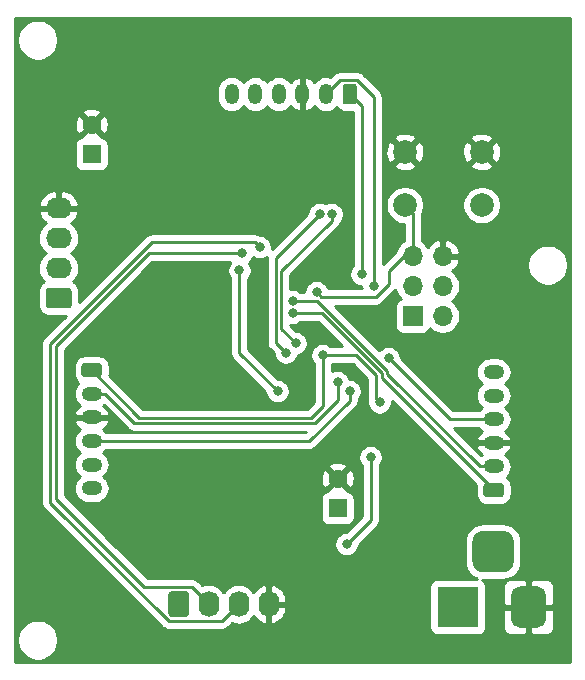
<source format=gbr>
%TF.GenerationSoftware,KiCad,Pcbnew,5.1.9+dfsg1-1*%
%TF.CreationDate,2021-11-12T22:38:19+01:00*%
%TF.ProjectId,motor_board_v2,6d6f746f-725f-4626-9f61-72645f76322e,rev?*%
%TF.SameCoordinates,Original*%
%TF.FileFunction,Copper,L2,Bot*%
%TF.FilePolarity,Positive*%
%FSLAX46Y46*%
G04 Gerber Fmt 4.6, Leading zero omitted, Abs format (unit mm)*
G04 Created by KiCad (PCBNEW 5.1.9+dfsg1-1) date 2021-11-12 22:38:19*
%MOMM*%
%LPD*%
G01*
G04 APERTURE LIST*
%TA.AperFunction,ComponentPad*%
%ADD10R,1.600000X1.600000*%
%TD*%
%TA.AperFunction,ComponentPad*%
%ADD11C,1.600000*%
%TD*%
%TA.AperFunction,ComponentPad*%
%ADD12O,2.190000X1.740000*%
%TD*%
%TA.AperFunction,ComponentPad*%
%ADD13O,1.740000X2.190000*%
%TD*%
%TA.AperFunction,ComponentPad*%
%ADD14R,1.700000X1.700000*%
%TD*%
%TA.AperFunction,ComponentPad*%
%ADD15O,1.700000X1.700000*%
%TD*%
%TA.AperFunction,ComponentPad*%
%ADD16O,1.750000X1.200000*%
%TD*%
%TA.AperFunction,ComponentPad*%
%ADD17O,1.200000X1.750000*%
%TD*%
%TA.AperFunction,ComponentPad*%
%ADD18R,3.500000X3.500000*%
%TD*%
%TA.AperFunction,ComponentPad*%
%ADD19C,2.000000*%
%TD*%
%TA.AperFunction,ViaPad*%
%ADD20C,0.800000*%
%TD*%
%TA.AperFunction,Conductor*%
%ADD21C,0.250000*%
%TD*%
%TA.AperFunction,Conductor*%
%ADD22C,0.254000*%
%TD*%
%TA.AperFunction,Conductor*%
%ADD23C,0.100000*%
%TD*%
G04 APERTURE END LIST*
D10*
%TO.P,C1,1*%
%TO.N,+5V*%
X189992000Y-45212000D03*
D11*
%TO.P,C1,2*%
%TO.N,GND*%
X189992000Y-42712000D03*
%TD*%
%TO.P,C5,2*%
%TO.N,GND*%
X210820000Y-72684000D03*
D10*
%TO.P,C5,1*%
%TO.N,+12V*%
X210820000Y-75184000D03*
%TD*%
%TO.P,I2C,1*%
%TO.N,+5V*%
%TA.AperFunction,ComponentPad*%
G36*
G01*
X188043001Y-58274000D02*
X186352999Y-58274000D01*
G75*
G02*
X186103000Y-58024001I0J249999D01*
G01*
X186103000Y-56783999D01*
G75*
G02*
X186352999Y-56534000I249999J0D01*
G01*
X188043001Y-56534000D01*
G75*
G02*
X188293000Y-56783999I0J-249999D01*
G01*
X188293000Y-58024001D01*
G75*
G02*
X188043001Y-58274000I-249999J0D01*
G01*
G37*
%TD.AperFunction*%
D12*
%TO.P,I2C,2*%
%TO.N,/I2C_SDA*%
X187198000Y-54864000D03*
%TO.P,I2C,3*%
%TO.N,/I2C_SCL*%
X187198000Y-52324000D03*
%TO.P,I2C,4*%
%TO.N,GND*%
X187198000Y-49784000D03*
%TD*%
D13*
%TO.P,UART,4*%
%TO.N,GND*%
X204978000Y-83312000D03*
%TO.P,UART,3*%
%TO.N,/UART_RX*%
X202438000Y-83312000D03*
%TO.P,UART,2*%
%TO.N,/UART_TX*%
X199898000Y-83312000D03*
%TO.P,UART,1*%
%TO.N,Net-(J2-Pad1)*%
%TA.AperFunction,ComponentPad*%
G36*
G01*
X196488000Y-84157001D02*
X196488000Y-82466999D01*
G75*
G02*
X196737999Y-82217000I249999J0D01*
G01*
X197978001Y-82217000D01*
G75*
G02*
X198228000Y-82466999I0J-249999D01*
G01*
X198228000Y-84157001D01*
G75*
G02*
X197978001Y-84407000I-249999J0D01*
G01*
X196737999Y-84407000D01*
G75*
G02*
X196488000Y-84157001I0J249999D01*
G01*
G37*
%TD.AperFunction*%
%TD*%
D14*
%TO.P,ISP,1*%
%TO.N,/ENC1A*%
X217170000Y-58928000D03*
D15*
%TO.P,ISP,2*%
%TO.N,+5V*%
X219710000Y-58928000D03*
%TO.P,ISP,3*%
%TO.N,/ENC1B*%
X217170000Y-56388000D03*
%TO.P,ISP,4*%
%TO.N,/OC2A*%
X219710000Y-56388000D03*
%TO.P,ISP,5*%
%TO.N,/RST*%
X217170000Y-53848000D03*
%TO.P,ISP,6*%
%TO.N,GND*%
X219710000Y-53848000D03*
%TD*%
%TO.P,Motor 1,1*%
%TO.N,/ENC1B*%
%TA.AperFunction,ComponentPad*%
G36*
G01*
X189366999Y-62900000D02*
X190617001Y-62900000D01*
G75*
G02*
X190867000Y-63149999I0J-249999D01*
G01*
X190867000Y-63850001D01*
G75*
G02*
X190617001Y-64100000I-249999J0D01*
G01*
X189366999Y-64100000D01*
G75*
G02*
X189117000Y-63850001I0J249999D01*
G01*
X189117000Y-63149999D01*
G75*
G02*
X189366999Y-62900000I249999J0D01*
G01*
G37*
%TD.AperFunction*%
D16*
%TO.P,Motor 1,2*%
%TO.N,/ENC1A*%
X189992000Y-65500000D03*
%TO.P,Motor 1,3*%
%TO.N,GND*%
X189992000Y-67500000D03*
%TO.P,Motor 1,4*%
%TO.N,+5V*%
X189992000Y-69500000D03*
%TO.P,Motor 1,5*%
%TO.N,Net-(J4-Pad5)*%
X189992000Y-71500000D03*
%TO.P,Motor 1,6*%
%TO.N,Net-(J4-Pad6)*%
X189992000Y-73500000D03*
%TD*%
D17*
%TO.P,Motor 2,6*%
%TO.N,Net-(J5-Pad6)*%
X201836000Y-40132000D03*
%TO.P,Motor 2,5*%
%TO.N,Net-(J5-Pad5)*%
X203836000Y-40132000D03*
%TO.P,Motor 2,4*%
%TO.N,+5V*%
X205836000Y-40132000D03*
%TO.P,Motor 2,3*%
%TO.N,GND*%
X207836000Y-40132000D03*
%TO.P,Motor 2,2*%
%TO.N,/ENC2A*%
X209836000Y-40132000D03*
%TO.P,Motor 2,1*%
%TO.N,/ENC2B*%
%TA.AperFunction,ComponentPad*%
G36*
G01*
X212436000Y-39506999D02*
X212436000Y-40757001D01*
G75*
G02*
X212186001Y-41007000I-249999J0D01*
G01*
X211485999Y-41007000D01*
G75*
G02*
X211236000Y-40757001I0J249999D01*
G01*
X211236000Y-39506999D01*
G75*
G02*
X211485999Y-39257000I249999J0D01*
G01*
X212186001Y-39257000D01*
G75*
G02*
X212436000Y-39506999I0J-249999D01*
G01*
G37*
%TD.AperFunction*%
%TD*%
%TO.P,Motor 3,1*%
%TO.N,/ENC3B*%
%TA.AperFunction,ComponentPad*%
G36*
G01*
X224653001Y-74260000D02*
X223402999Y-74260000D01*
G75*
G02*
X223153000Y-74010001I0J249999D01*
G01*
X223153000Y-73309999D01*
G75*
G02*
X223402999Y-73060000I249999J0D01*
G01*
X224653001Y-73060000D01*
G75*
G02*
X224903000Y-73309999I0J-249999D01*
G01*
X224903000Y-74010001D01*
G75*
G02*
X224653001Y-74260000I-249999J0D01*
G01*
G37*
%TD.AperFunction*%
D16*
%TO.P,Motor 3,2*%
%TO.N,/ENC3A*%
X224028000Y-71660000D03*
%TO.P,Motor 3,3*%
%TO.N,GND*%
X224028000Y-69660000D03*
%TO.P,Motor 3,4*%
%TO.N,+5V*%
X224028000Y-67660000D03*
%TO.P,Motor 3,5*%
%TO.N,Net-(J6-Pad5)*%
X224028000Y-65660000D03*
%TO.P,Motor 3,6*%
%TO.N,Net-(J6-Pad6)*%
X224028000Y-63660000D03*
%TD*%
D18*
%TO.P,12V,1*%
%TO.N,+12V*%
X220980000Y-83566000D03*
%TO.P,12V,2*%
%TO.N,GND*%
%TA.AperFunction,ComponentPad*%
G36*
G01*
X228480000Y-82566000D02*
X228480000Y-84566000D01*
G75*
G02*
X227730000Y-85316000I-750000J0D01*
G01*
X226230000Y-85316000D01*
G75*
G02*
X225480000Y-84566000I0J750000D01*
G01*
X225480000Y-82566000D01*
G75*
G02*
X226230000Y-81816000I750000J0D01*
G01*
X227730000Y-81816000D01*
G75*
G02*
X228480000Y-82566000I0J-750000D01*
G01*
G37*
%TD.AperFunction*%
%TO.P,12V,3*%
%TO.N,N/C*%
%TA.AperFunction,ComponentPad*%
G36*
G01*
X225730000Y-77991000D02*
X225730000Y-79741000D01*
G75*
G02*
X224855000Y-80616000I-875000J0D01*
G01*
X223105000Y-80616000D01*
G75*
G02*
X222230000Y-79741000I0J875000D01*
G01*
X222230000Y-77991000D01*
G75*
G02*
X223105000Y-77116000I875000J0D01*
G01*
X224855000Y-77116000D01*
G75*
G02*
X225730000Y-77991000I0J-875000D01*
G01*
G37*
%TD.AperFunction*%
%TD*%
D19*
%TO.P,RESET,2*%
%TO.N,GND*%
X223012000Y-45030000D03*
%TO.P,RESET,1*%
%TO.N,/RST*%
X223012000Y-49530000D03*
%TO.P,RESET,2*%
%TO.N,GND*%
X216512000Y-45030000D03*
%TO.P,RESET,1*%
%TO.N,/RST*%
X216512000Y-49530000D03*
%TD*%
D20*
%TO.N,+5V*%
X215136000Y-62486000D03*
X211836000Y-65278000D03*
%TO.N,GND*%
X199644000Y-56896000D03*
X213868000Y-59436000D03*
%TO.N,/UART_RX*%
X204216000Y-53086000D03*
%TO.N,/UART_TX*%
X202692000Y-53594000D03*
%TO.N,/ENC1A*%
X210820000Y-64516000D03*
%TO.N,/ENC1B*%
X209550000Y-62230000D03*
X214374784Y-66235970D03*
%TO.N,/RST*%
X209042000Y-56896000D03*
%TO.N,/ENC2A*%
X213868000Y-56388000D03*
%TO.N,/ENC2B*%
X212852000Y-55372000D03*
%TO.N,/ENC3B*%
X207001992Y-58657980D03*
%TO.N,/ENC3A*%
X207010000Y-57658000D03*
%TO.N,/OC2B*%
X202506000Y-55050000D03*
X205740000Y-65278000D03*
%TO.N,/OC1A*%
X209296000Y-50292008D03*
X206429940Y-62019695D03*
%TO.N,/OC1B*%
X210316662Y-50287350D03*
X207264000Y-61214000D03*
%TO.N,/STATUS*%
X213614000Y-70866000D03*
X211582000Y-78232000D03*
%TD*%
D21*
%TO.N,+5V*%
X224028000Y-67660000D02*
X220310000Y-67660000D01*
X220310000Y-67660000D02*
X215136000Y-62486000D01*
X211836000Y-66097685D02*
X211836000Y-65278000D01*
X189992000Y-69500000D02*
X208433685Y-69500000D01*
X208433685Y-69500000D02*
X211836000Y-66097685D01*
%TO.N,/UART_RX*%
X204216000Y-53086000D02*
X203816001Y-52686001D01*
X203816001Y-52686001D02*
X195089588Y-52686001D01*
X195089588Y-52686001D02*
X186493989Y-61281600D01*
X186493989Y-61281600D02*
X186493989Y-74726179D01*
X186493989Y-74726179D02*
X196499820Y-84732010D01*
X196499820Y-84732010D02*
X201017990Y-84732010D01*
X201017990Y-84732010D02*
X202438000Y-83312000D01*
%TO.N,/UART_TX*%
X194413990Y-81891990D02*
X198477990Y-81891990D01*
X186944000Y-74422000D02*
X194413990Y-81891990D01*
X194818000Y-53594000D02*
X186944000Y-61468000D01*
X186944000Y-61468000D02*
X186944000Y-74422000D01*
X198477990Y-81891990D02*
X199898000Y-83312000D01*
X202692000Y-53594000D02*
X194818000Y-53594000D01*
%TO.N,/ENC1A*%
X191117000Y-65500000D02*
X193592000Y-67975000D01*
X189992000Y-65500000D02*
X191117000Y-65500000D01*
X193592000Y-67975000D02*
X208885000Y-67975000D01*
X208885000Y-67975000D02*
X210820000Y-66040000D01*
X210820000Y-66040000D02*
X210820000Y-64516000D01*
%TO.N,/ENC1B*%
X208573010Y-67524990D02*
X209550000Y-66548000D01*
X189992000Y-63500000D02*
X194016990Y-67524990D01*
X209550000Y-66548000D02*
X209550000Y-62230000D01*
X194016990Y-67524990D02*
X208573010Y-67524990D01*
X214085002Y-63913999D02*
X214085002Y-65946188D01*
X212401003Y-62230000D02*
X214085002Y-63913999D01*
X214085002Y-65946188D02*
X214374784Y-66235970D01*
X209550000Y-62230000D02*
X212401003Y-62230000D01*
%TO.N,/RST*%
X214033003Y-57295999D02*
X215138000Y-56191002D01*
X209441999Y-57295999D02*
X214033003Y-57295999D01*
X209042000Y-56896000D02*
X209441999Y-57295999D01*
X215138000Y-56191002D02*
X215138000Y-55118000D01*
X216408000Y-53848000D02*
X217170000Y-53848000D01*
X215138000Y-55118000D02*
X216408000Y-53848000D01*
X217170000Y-50188000D02*
X216512000Y-49530000D01*
X217170000Y-53848000D02*
X217170000Y-50188000D01*
%TO.N,/ENC2A*%
X211036010Y-38931990D02*
X209836000Y-40132000D01*
X212424180Y-38931990D02*
X211036010Y-38931990D01*
X213868000Y-40375810D02*
X212424180Y-38931990D01*
X213868000Y-56388000D02*
X213868000Y-40375810D01*
%TO.N,/ENC2B*%
X212852000Y-41148000D02*
X211836000Y-40132000D01*
X212852000Y-55372000D02*
X212852000Y-41148000D01*
%TO.N,/ENC3B*%
X224028000Y-73660000D02*
X214535012Y-64167012D01*
X214535012Y-64167012D02*
X214535012Y-63727599D01*
X207567677Y-58657980D02*
X207001992Y-58657980D01*
X209465393Y-58657980D02*
X207567677Y-58657980D01*
X214535012Y-63727599D02*
X209465393Y-58657980D01*
%TO.N,/ENC3A*%
X207138410Y-57658000D02*
X207010000Y-57658000D01*
X222903000Y-71660000D02*
X224028000Y-71660000D01*
X207010000Y-57658000D02*
X209101824Y-57658000D01*
X214985023Y-63541199D02*
X214985023Y-63795197D01*
X214985023Y-63795197D02*
X222849826Y-71660000D01*
X222849826Y-71660000D02*
X222903000Y-71660000D01*
X209101824Y-57658000D02*
X214985023Y-63541199D01*
%TO.N,/OC2B*%
X202506000Y-62044000D02*
X205740000Y-65278000D01*
X202506000Y-55050000D02*
X202506000Y-62044000D01*
%TO.N,/OC1A*%
X205580987Y-54007021D02*
X205580987Y-61170742D01*
X205580987Y-61170742D02*
X206429940Y-62019695D01*
X209296000Y-50292008D02*
X205580987Y-54007021D01*
%TO.N,/OC1B*%
X206030998Y-59980998D02*
X207264000Y-61214000D01*
X210316662Y-50853035D02*
X206030998Y-55138699D01*
X210316662Y-50287350D02*
X210316662Y-50853035D01*
X206030998Y-55138699D02*
X206030998Y-59980998D01*
%TO.N,/STATUS*%
X213614000Y-70866000D02*
X213614000Y-76200000D01*
X213614000Y-76200000D02*
X211582000Y-78232000D01*
X211582000Y-78232000D02*
X211582000Y-78232000D01*
%TD*%
D22*
%TO.N,GND*%
X230480001Y-88240000D02*
X183540000Y-88240000D01*
X183540000Y-86189117D01*
X183685000Y-86189117D01*
X183685000Y-86530883D01*
X183751675Y-86866081D01*
X183882463Y-87181831D01*
X184072337Y-87465998D01*
X184314002Y-87707663D01*
X184598169Y-87897537D01*
X184913919Y-88028325D01*
X185249117Y-88095000D01*
X185590883Y-88095000D01*
X185926081Y-88028325D01*
X186241831Y-87897537D01*
X186525998Y-87707663D01*
X186767663Y-87465998D01*
X186957537Y-87181831D01*
X187088325Y-86866081D01*
X187155000Y-86530883D01*
X187155000Y-86189117D01*
X187088325Y-85853919D01*
X186957537Y-85538169D01*
X186767663Y-85254002D01*
X186525998Y-85012337D01*
X186241831Y-84822463D01*
X185926081Y-84691675D01*
X185590883Y-84625000D01*
X185249117Y-84625000D01*
X184913919Y-84691675D01*
X184598169Y-84822463D01*
X184314002Y-85012337D01*
X184072337Y-85254002D01*
X183882463Y-85538169D01*
X183751675Y-85853919D01*
X183685000Y-86189117D01*
X183540000Y-86189117D01*
X183540000Y-52324000D01*
X185460718Y-52324000D01*
X185489776Y-52619032D01*
X185575834Y-52902725D01*
X185715583Y-53164179D01*
X185903655Y-53393345D01*
X186132821Y-53581417D01*
X186156362Y-53594000D01*
X186132821Y-53606583D01*
X185903655Y-53794655D01*
X185715583Y-54023821D01*
X185575834Y-54285275D01*
X185489776Y-54568968D01*
X185460718Y-54864000D01*
X185489776Y-55159032D01*
X185575834Y-55442725D01*
X185715583Y-55704179D01*
X185903655Y-55933345D01*
X185969114Y-55987066D01*
X185859613Y-56045595D01*
X185725038Y-56156038D01*
X185614595Y-56290613D01*
X185532528Y-56444149D01*
X185481992Y-56610745D01*
X185464928Y-56783999D01*
X185464928Y-58024001D01*
X185481992Y-58197255D01*
X185532528Y-58363851D01*
X185614595Y-58517387D01*
X185725038Y-58651962D01*
X185859613Y-58762405D01*
X186013149Y-58844472D01*
X186179745Y-58895008D01*
X186352999Y-58912072D01*
X187788716Y-58912072D01*
X185982992Y-60717796D01*
X185953988Y-60741599D01*
X185914494Y-60789723D01*
X185859015Y-60857324D01*
X185824577Y-60921753D01*
X185788443Y-60989354D01*
X185744986Y-61132615D01*
X185733989Y-61244268D01*
X185733989Y-61244278D01*
X185730313Y-61281600D01*
X185733989Y-61318922D01*
X185733990Y-74688847D01*
X185730313Y-74726179D01*
X185733990Y-74763512D01*
X185744987Y-74875165D01*
X185751936Y-74898072D01*
X185788443Y-75018425D01*
X185859015Y-75150455D01*
X185930190Y-75237181D01*
X185953989Y-75266180D01*
X185982987Y-75289978D01*
X195936021Y-85243013D01*
X195959819Y-85272011D01*
X195988817Y-85295809D01*
X196075543Y-85366984D01*
X196207573Y-85437556D01*
X196350834Y-85481013D01*
X196462487Y-85492010D01*
X196462497Y-85492010D01*
X196499820Y-85495686D01*
X196537143Y-85492010D01*
X200980668Y-85492010D01*
X201017990Y-85495686D01*
X201055312Y-85492010D01*
X201055323Y-85492010D01*
X201166976Y-85481013D01*
X201310237Y-85437556D01*
X201442266Y-85366984D01*
X201557991Y-85272011D01*
X201581793Y-85243008D01*
X201883337Y-84941465D01*
X202142969Y-85020224D01*
X202438000Y-85049282D01*
X202733032Y-85020224D01*
X203016725Y-84934166D01*
X203278179Y-84794417D01*
X203507345Y-84606345D01*
X203695417Y-84377179D01*
X203710560Y-84348848D01*
X203803292Y-84489433D01*
X204011674Y-84700306D01*
X204257191Y-84866474D01*
X204530409Y-84981551D01*
X204617969Y-84998302D01*
X204851000Y-84877246D01*
X204851000Y-83439000D01*
X205105000Y-83439000D01*
X205105000Y-84877246D01*
X205338031Y-84998302D01*
X205425591Y-84981551D01*
X205698809Y-84866474D01*
X205944326Y-84700306D01*
X206152708Y-84489433D01*
X206315947Y-84241958D01*
X206427769Y-83967392D01*
X206483877Y-83676286D01*
X206328376Y-83439000D01*
X205105000Y-83439000D01*
X204851000Y-83439000D01*
X204831000Y-83439000D01*
X204831000Y-83185000D01*
X204851000Y-83185000D01*
X204851000Y-81746754D01*
X205105000Y-81746754D01*
X205105000Y-83185000D01*
X206328376Y-83185000D01*
X206483877Y-82947714D01*
X206427769Y-82656608D01*
X206315947Y-82382042D01*
X206152708Y-82134567D01*
X205944326Y-81923694D01*
X205785206Y-81816000D01*
X218591928Y-81816000D01*
X218591928Y-85316000D01*
X218604188Y-85440482D01*
X218640498Y-85560180D01*
X218699463Y-85670494D01*
X218778815Y-85767185D01*
X218875506Y-85846537D01*
X218985820Y-85905502D01*
X219105518Y-85941812D01*
X219230000Y-85954072D01*
X222730000Y-85954072D01*
X222854482Y-85941812D01*
X222974180Y-85905502D01*
X223084494Y-85846537D01*
X223181185Y-85767185D01*
X223260537Y-85670494D01*
X223319502Y-85560180D01*
X223355812Y-85440482D01*
X223368072Y-85316000D01*
X224841928Y-85316000D01*
X224854188Y-85440482D01*
X224890498Y-85560180D01*
X224949463Y-85670494D01*
X225028815Y-85767185D01*
X225125506Y-85846537D01*
X225235820Y-85905502D01*
X225355518Y-85941812D01*
X225480000Y-85954072D01*
X226694250Y-85951000D01*
X226853000Y-85792250D01*
X226853000Y-83693000D01*
X227107000Y-83693000D01*
X227107000Y-85792250D01*
X227265750Y-85951000D01*
X228480000Y-85954072D01*
X228604482Y-85941812D01*
X228724180Y-85905502D01*
X228834494Y-85846537D01*
X228931185Y-85767185D01*
X229010537Y-85670494D01*
X229069502Y-85560180D01*
X229105812Y-85440482D01*
X229118072Y-85316000D01*
X229115000Y-83851750D01*
X228956250Y-83693000D01*
X227107000Y-83693000D01*
X226853000Y-83693000D01*
X225003750Y-83693000D01*
X224845000Y-83851750D01*
X224841928Y-85316000D01*
X223368072Y-85316000D01*
X223368072Y-81816000D01*
X224841928Y-81816000D01*
X224845000Y-83280250D01*
X225003750Y-83439000D01*
X226853000Y-83439000D01*
X226853000Y-81339750D01*
X227107000Y-81339750D01*
X227107000Y-83439000D01*
X228956250Y-83439000D01*
X229115000Y-83280250D01*
X229118072Y-81816000D01*
X229105812Y-81691518D01*
X229069502Y-81571820D01*
X229010537Y-81461506D01*
X228931185Y-81364815D01*
X228834494Y-81285463D01*
X228724180Y-81226498D01*
X228604482Y-81190188D01*
X228480000Y-81177928D01*
X227265750Y-81181000D01*
X227107000Y-81339750D01*
X226853000Y-81339750D01*
X226694250Y-81181000D01*
X225480000Y-81177928D01*
X225355518Y-81190188D01*
X225235820Y-81226498D01*
X225125506Y-81285463D01*
X225028815Y-81364815D01*
X224949463Y-81461506D01*
X224890498Y-81571820D01*
X224854188Y-81691518D01*
X224841928Y-81816000D01*
X223368072Y-81816000D01*
X223355812Y-81691518D01*
X223319502Y-81571820D01*
X223260537Y-81461506D01*
X223181185Y-81364815D01*
X223084494Y-81285463D01*
X223007869Y-81244506D01*
X223105000Y-81254072D01*
X224855000Y-81254072D01*
X225150186Y-81224999D01*
X225434028Y-81138896D01*
X225695618Y-80999073D01*
X225924903Y-80810903D01*
X226113073Y-80581618D01*
X226252896Y-80320028D01*
X226338999Y-80036186D01*
X226368072Y-79741000D01*
X226368072Y-77991000D01*
X226338999Y-77695814D01*
X226252896Y-77411972D01*
X226113073Y-77150382D01*
X225924903Y-76921097D01*
X225695618Y-76732927D01*
X225434028Y-76593104D01*
X225150186Y-76507001D01*
X224855000Y-76477928D01*
X223105000Y-76477928D01*
X222809814Y-76507001D01*
X222525972Y-76593104D01*
X222264382Y-76732927D01*
X222035097Y-76921097D01*
X221846927Y-77150382D01*
X221707104Y-77411972D01*
X221621001Y-77695814D01*
X221591928Y-77991000D01*
X221591928Y-79741000D01*
X221621001Y-80036186D01*
X221707104Y-80320028D01*
X221846927Y-80581618D01*
X222035097Y-80810903D01*
X222264382Y-80999073D01*
X222525972Y-81138896D01*
X222654643Y-81177928D01*
X219230000Y-81177928D01*
X219105518Y-81190188D01*
X218985820Y-81226498D01*
X218875506Y-81285463D01*
X218778815Y-81364815D01*
X218699463Y-81461506D01*
X218640498Y-81571820D01*
X218604188Y-81691518D01*
X218591928Y-81816000D01*
X205785206Y-81816000D01*
X205698809Y-81757526D01*
X205425591Y-81642449D01*
X205338031Y-81625698D01*
X205105000Y-81746754D01*
X204851000Y-81746754D01*
X204617969Y-81625698D01*
X204530409Y-81642449D01*
X204257191Y-81757526D01*
X204011674Y-81923694D01*
X203803292Y-82134567D01*
X203710560Y-82275152D01*
X203695417Y-82246821D01*
X203507345Y-82017655D01*
X203278178Y-81829583D01*
X203016724Y-81689834D01*
X202733031Y-81603776D01*
X202438000Y-81574718D01*
X202142968Y-81603776D01*
X201859275Y-81689834D01*
X201597821Y-81829583D01*
X201368655Y-82017655D01*
X201180583Y-82246822D01*
X201168000Y-82270363D01*
X201155417Y-82246821D01*
X200967345Y-82017655D01*
X200738178Y-81829583D01*
X200476724Y-81689834D01*
X200193031Y-81603776D01*
X199898000Y-81574718D01*
X199602968Y-81603776D01*
X199343336Y-81682535D01*
X199041793Y-81380992D01*
X199017991Y-81351989D01*
X198902266Y-81257016D01*
X198770237Y-81186444D01*
X198626976Y-81142987D01*
X198515323Y-81131990D01*
X198515312Y-81131990D01*
X198477990Y-81128314D01*
X198440668Y-81131990D01*
X194728792Y-81131990D01*
X191726863Y-78130061D01*
X210547000Y-78130061D01*
X210547000Y-78333939D01*
X210586774Y-78533898D01*
X210664795Y-78722256D01*
X210778063Y-78891774D01*
X210922226Y-79035937D01*
X211091744Y-79149205D01*
X211280102Y-79227226D01*
X211480061Y-79267000D01*
X211683939Y-79267000D01*
X211883898Y-79227226D01*
X212072256Y-79149205D01*
X212241774Y-79035937D01*
X212385937Y-78891774D01*
X212499205Y-78722256D01*
X212577226Y-78533898D01*
X212617000Y-78333939D01*
X212617000Y-78271801D01*
X214125003Y-76763799D01*
X214154001Y-76740001D01*
X214180332Y-76707917D01*
X214248974Y-76624277D01*
X214319546Y-76492247D01*
X214363003Y-76348986D01*
X214374000Y-76237333D01*
X214374000Y-76237323D01*
X214377676Y-76200000D01*
X214374000Y-76162677D01*
X214374000Y-71569711D01*
X214417937Y-71525774D01*
X214531205Y-71356256D01*
X214609226Y-71167898D01*
X214649000Y-70967939D01*
X214649000Y-70764061D01*
X214609226Y-70564102D01*
X214531205Y-70375744D01*
X214417937Y-70206226D01*
X214273774Y-70062063D01*
X214104256Y-69948795D01*
X213915898Y-69870774D01*
X213715939Y-69831000D01*
X213512061Y-69831000D01*
X213312102Y-69870774D01*
X213123744Y-69948795D01*
X212954226Y-70062063D01*
X212810063Y-70206226D01*
X212696795Y-70375744D01*
X212618774Y-70564102D01*
X212579000Y-70764061D01*
X212579000Y-70967939D01*
X212618774Y-71167898D01*
X212696795Y-71356256D01*
X212810063Y-71525774D01*
X212854000Y-71569711D01*
X212854001Y-75885197D01*
X211542199Y-77197000D01*
X211480061Y-77197000D01*
X211280102Y-77236774D01*
X211091744Y-77314795D01*
X210922226Y-77428063D01*
X210778063Y-77572226D01*
X210664795Y-77741744D01*
X210586774Y-77930102D01*
X210547000Y-78130061D01*
X191726863Y-78130061D01*
X187704000Y-74107199D01*
X187704000Y-61782801D01*
X195132802Y-54354000D01*
X201738289Y-54354000D01*
X201702063Y-54390226D01*
X201588795Y-54559744D01*
X201510774Y-54748102D01*
X201471000Y-54948061D01*
X201471000Y-55151939D01*
X201510774Y-55351898D01*
X201588795Y-55540256D01*
X201702063Y-55709774D01*
X201746000Y-55753711D01*
X201746001Y-62006668D01*
X201742324Y-62044000D01*
X201746001Y-62081333D01*
X201748133Y-62102974D01*
X201756998Y-62192985D01*
X201800454Y-62336246D01*
X201871026Y-62468276D01*
X201923240Y-62531898D01*
X201966000Y-62584001D01*
X201994998Y-62607799D01*
X204705000Y-65317802D01*
X204705000Y-65379939D01*
X204744774Y-65579898D01*
X204822795Y-65768256D01*
X204936063Y-65937774D01*
X205080226Y-66081937D01*
X205249744Y-66195205D01*
X205438102Y-66273226D01*
X205638061Y-66313000D01*
X205841939Y-66313000D01*
X206041898Y-66273226D01*
X206230256Y-66195205D01*
X206399774Y-66081937D01*
X206543937Y-65937774D01*
X206657205Y-65768256D01*
X206735226Y-65579898D01*
X206775000Y-65379939D01*
X206775000Y-65176061D01*
X206735226Y-64976102D01*
X206657205Y-64787744D01*
X206543937Y-64618226D01*
X206399774Y-64474063D01*
X206230256Y-64360795D01*
X206041898Y-64282774D01*
X205841939Y-64243000D01*
X205779802Y-64243000D01*
X203266000Y-61729199D01*
X203266000Y-55753711D01*
X203309937Y-55709774D01*
X203423205Y-55540256D01*
X203501226Y-55351898D01*
X203541000Y-55151939D01*
X203541000Y-54948061D01*
X203501226Y-54748102D01*
X203423205Y-54559744D01*
X203326412Y-54414883D01*
X203351774Y-54397937D01*
X203495937Y-54253774D01*
X203609205Y-54084256D01*
X203660763Y-53959786D01*
X203725744Y-54003205D01*
X203914102Y-54081226D01*
X204114061Y-54121000D01*
X204317939Y-54121000D01*
X204517898Y-54081226D01*
X204706256Y-54003205D01*
X204825536Y-53923505D01*
X204820987Y-53969689D01*
X204820987Y-53969699D01*
X204817311Y-54007021D01*
X204820987Y-54044344D01*
X204820988Y-61133410D01*
X204817311Y-61170742D01*
X204820988Y-61208075D01*
X204831985Y-61319728D01*
X204844177Y-61359921D01*
X204875441Y-61462988D01*
X204946013Y-61595018D01*
X204981514Y-61638275D01*
X205040987Y-61710743D01*
X205069985Y-61734541D01*
X205394940Y-62059496D01*
X205394940Y-62121634D01*
X205434714Y-62321593D01*
X205512735Y-62509951D01*
X205626003Y-62679469D01*
X205770166Y-62823632D01*
X205939684Y-62936900D01*
X206128042Y-63014921D01*
X206328001Y-63054695D01*
X206531879Y-63054695D01*
X206731838Y-63014921D01*
X206920196Y-62936900D01*
X207089714Y-62823632D01*
X207233877Y-62679469D01*
X207347145Y-62509951D01*
X207425166Y-62321593D01*
X207442640Y-62233743D01*
X207565898Y-62209226D01*
X207754256Y-62131205D01*
X207923774Y-62017937D01*
X208067937Y-61873774D01*
X208181205Y-61704256D01*
X208259226Y-61515898D01*
X208299000Y-61315939D01*
X208299000Y-61112061D01*
X208259226Y-60912102D01*
X208181205Y-60723744D01*
X208067937Y-60554226D01*
X207923774Y-60410063D01*
X207754256Y-60296795D01*
X207565898Y-60218774D01*
X207365939Y-60179000D01*
X207303802Y-60179000D01*
X206797353Y-59672552D01*
X206900053Y-59692980D01*
X207103931Y-59692980D01*
X207303890Y-59653206D01*
X207492248Y-59575185D01*
X207661766Y-59461917D01*
X207705703Y-59417980D01*
X209150592Y-59417980D01*
X211202612Y-61470000D01*
X210253711Y-61470000D01*
X210209774Y-61426063D01*
X210040256Y-61312795D01*
X209851898Y-61234774D01*
X209651939Y-61195000D01*
X209448061Y-61195000D01*
X209248102Y-61234774D01*
X209059744Y-61312795D01*
X208890226Y-61426063D01*
X208746063Y-61570226D01*
X208632795Y-61739744D01*
X208554774Y-61928102D01*
X208515000Y-62128061D01*
X208515000Y-62331939D01*
X208554774Y-62531898D01*
X208632795Y-62720256D01*
X208746063Y-62889774D01*
X208790001Y-62933712D01*
X208790000Y-66233198D01*
X208258209Y-66764990D01*
X194331793Y-66764990D01*
X191497158Y-63930356D01*
X191505072Y-63850001D01*
X191505072Y-63149999D01*
X191488008Y-62976745D01*
X191437472Y-62810149D01*
X191355405Y-62656613D01*
X191244962Y-62522038D01*
X191110387Y-62411595D01*
X190956851Y-62329528D01*
X190790255Y-62278992D01*
X190617001Y-62261928D01*
X189366999Y-62261928D01*
X189193745Y-62278992D01*
X189027149Y-62329528D01*
X188873613Y-62411595D01*
X188739038Y-62522038D01*
X188628595Y-62656613D01*
X188546528Y-62810149D01*
X188495992Y-62976745D01*
X188478928Y-63149999D01*
X188478928Y-63850001D01*
X188495992Y-64023255D01*
X188546528Y-64189851D01*
X188628595Y-64343387D01*
X188739038Y-64477962D01*
X188873613Y-64588405D01*
X188878111Y-64590809D01*
X188839498Y-64622498D01*
X188685167Y-64810551D01*
X188570489Y-65025099D01*
X188499870Y-65257898D01*
X188476025Y-65500000D01*
X188499870Y-65742102D01*
X188570489Y-65974901D01*
X188685167Y-66189449D01*
X188839498Y-66377502D01*
X188989348Y-66500481D01*
X188925275Y-66543693D01*
X188753922Y-66716526D01*
X188619579Y-66919467D01*
X188527409Y-67144718D01*
X188523538Y-67182391D01*
X188648269Y-67373000D01*
X189865000Y-67373000D01*
X189865000Y-67353000D01*
X190119000Y-67353000D01*
X190119000Y-67373000D01*
X191335731Y-67373000D01*
X191460462Y-67182391D01*
X191456591Y-67144718D01*
X191364421Y-66919467D01*
X191230078Y-66716526D01*
X191058725Y-66543693D01*
X190994652Y-66500481D01*
X191021031Y-66478832D01*
X193028201Y-68486003D01*
X193051999Y-68515001D01*
X193080997Y-68538799D01*
X193167724Y-68609974D01*
X193299753Y-68680546D01*
X193443014Y-68724003D01*
X193592000Y-68738677D01*
X193629333Y-68735000D01*
X208123884Y-68735000D01*
X208118884Y-68740000D01*
X191240933Y-68740000D01*
X191144502Y-68622498D01*
X190994652Y-68499519D01*
X191058725Y-68456307D01*
X191230078Y-68283474D01*
X191364421Y-68080533D01*
X191456591Y-67855282D01*
X191460462Y-67817609D01*
X191335731Y-67627000D01*
X190119000Y-67627000D01*
X190119000Y-67647000D01*
X189865000Y-67647000D01*
X189865000Y-67627000D01*
X188648269Y-67627000D01*
X188523538Y-67817609D01*
X188527409Y-67855282D01*
X188619579Y-68080533D01*
X188753922Y-68283474D01*
X188925275Y-68456307D01*
X188989348Y-68499519D01*
X188839498Y-68622498D01*
X188685167Y-68810551D01*
X188570489Y-69025099D01*
X188499870Y-69257898D01*
X188476025Y-69500000D01*
X188499870Y-69742102D01*
X188570489Y-69974901D01*
X188685167Y-70189449D01*
X188839498Y-70377502D01*
X188988762Y-70500000D01*
X188839498Y-70622498D01*
X188685167Y-70810551D01*
X188570489Y-71025099D01*
X188499870Y-71257898D01*
X188476025Y-71500000D01*
X188499870Y-71742102D01*
X188570489Y-71974901D01*
X188685167Y-72189449D01*
X188839498Y-72377502D01*
X188988762Y-72500000D01*
X188839498Y-72622498D01*
X188685167Y-72810551D01*
X188570489Y-73025099D01*
X188499870Y-73257898D01*
X188476025Y-73500000D01*
X188499870Y-73742102D01*
X188570489Y-73974901D01*
X188685167Y-74189449D01*
X188839498Y-74377502D01*
X189027551Y-74531833D01*
X189242099Y-74646511D01*
X189474898Y-74717130D01*
X189656335Y-74735000D01*
X190327665Y-74735000D01*
X190509102Y-74717130D01*
X190741901Y-74646511D01*
X190956449Y-74531833D01*
X191136584Y-74384000D01*
X209381928Y-74384000D01*
X209381928Y-75984000D01*
X209394188Y-76108482D01*
X209430498Y-76228180D01*
X209489463Y-76338494D01*
X209568815Y-76435185D01*
X209665506Y-76514537D01*
X209775820Y-76573502D01*
X209895518Y-76609812D01*
X210020000Y-76622072D01*
X211620000Y-76622072D01*
X211744482Y-76609812D01*
X211864180Y-76573502D01*
X211974494Y-76514537D01*
X212071185Y-76435185D01*
X212150537Y-76338494D01*
X212209502Y-76228180D01*
X212245812Y-76108482D01*
X212258072Y-75984000D01*
X212258072Y-74384000D01*
X212245812Y-74259518D01*
X212209502Y-74139820D01*
X212150537Y-74029506D01*
X212071185Y-73932815D01*
X211974494Y-73853463D01*
X211864180Y-73794498D01*
X211744482Y-73758188D01*
X211620000Y-73745928D01*
X211612785Y-73745928D01*
X211633097Y-73676702D01*
X210820000Y-72863605D01*
X210006903Y-73676702D01*
X210027215Y-73745928D01*
X210020000Y-73745928D01*
X209895518Y-73758188D01*
X209775820Y-73794498D01*
X209665506Y-73853463D01*
X209568815Y-73932815D01*
X209489463Y-74029506D01*
X209430498Y-74139820D01*
X209394188Y-74259518D01*
X209381928Y-74384000D01*
X191136584Y-74384000D01*
X191144502Y-74377502D01*
X191298833Y-74189449D01*
X191413511Y-73974901D01*
X191484130Y-73742102D01*
X191507975Y-73500000D01*
X191484130Y-73257898D01*
X191413511Y-73025099D01*
X191298833Y-72810551D01*
X191252844Y-72754512D01*
X209379783Y-72754512D01*
X209421213Y-73034130D01*
X209516397Y-73300292D01*
X209583329Y-73425514D01*
X209827298Y-73497097D01*
X210640395Y-72684000D01*
X210999605Y-72684000D01*
X211812702Y-73497097D01*
X212056671Y-73425514D01*
X212177571Y-73170004D01*
X212246300Y-72895816D01*
X212260217Y-72613488D01*
X212218787Y-72333870D01*
X212123603Y-72067708D01*
X212056671Y-71942486D01*
X211812702Y-71870903D01*
X210999605Y-72684000D01*
X210640395Y-72684000D01*
X209827298Y-71870903D01*
X209583329Y-71942486D01*
X209462429Y-72197996D01*
X209393700Y-72472184D01*
X209379783Y-72754512D01*
X191252844Y-72754512D01*
X191144502Y-72622498D01*
X190995238Y-72500000D01*
X191144502Y-72377502D01*
X191298833Y-72189449D01*
X191413511Y-71974901D01*
X191484130Y-71742102D01*
X191489133Y-71691298D01*
X210006903Y-71691298D01*
X210820000Y-72504395D01*
X211633097Y-71691298D01*
X211561514Y-71447329D01*
X211306004Y-71326429D01*
X211031816Y-71257700D01*
X210749488Y-71243783D01*
X210469870Y-71285213D01*
X210203708Y-71380397D01*
X210078486Y-71447329D01*
X210006903Y-71691298D01*
X191489133Y-71691298D01*
X191507975Y-71500000D01*
X191484130Y-71257898D01*
X191413511Y-71025099D01*
X191298833Y-70810551D01*
X191144502Y-70622498D01*
X190995238Y-70500000D01*
X191144502Y-70377502D01*
X191240933Y-70260000D01*
X208396363Y-70260000D01*
X208433685Y-70263676D01*
X208471007Y-70260000D01*
X208471018Y-70260000D01*
X208582671Y-70249003D01*
X208725932Y-70205546D01*
X208857961Y-70134974D01*
X208973686Y-70040001D01*
X208997489Y-70010997D01*
X212347004Y-66661483D01*
X212376001Y-66637686D01*
X212447140Y-66551003D01*
X212470974Y-66521962D01*
X212541546Y-66389932D01*
X212543055Y-66384956D01*
X212585003Y-66246671D01*
X212596000Y-66135018D01*
X212596000Y-66135008D01*
X212599676Y-66097686D01*
X212596000Y-66060363D01*
X212596000Y-65981711D01*
X212639937Y-65937774D01*
X212753205Y-65768256D01*
X212831226Y-65579898D01*
X212871000Y-65379939D01*
X212871000Y-65176061D01*
X212831226Y-64976102D01*
X212753205Y-64787744D01*
X212639937Y-64618226D01*
X212495774Y-64474063D01*
X212326256Y-64360795D01*
X212137898Y-64282774D01*
X211937939Y-64243000D01*
X211820974Y-64243000D01*
X211815226Y-64214102D01*
X211737205Y-64025744D01*
X211623937Y-63856226D01*
X211479774Y-63712063D01*
X211310256Y-63598795D01*
X211121898Y-63520774D01*
X210921939Y-63481000D01*
X210718061Y-63481000D01*
X210518102Y-63520774D01*
X210329744Y-63598795D01*
X210310000Y-63611987D01*
X210310000Y-62990000D01*
X212086202Y-62990000D01*
X213325002Y-64228801D01*
X213325003Y-65908856D01*
X213321326Y-65946188D01*
X213325003Y-65983521D01*
X213336000Y-66095174D01*
X213342953Y-66118097D01*
X213339784Y-66134031D01*
X213339784Y-66337909D01*
X213379558Y-66537868D01*
X213457579Y-66726226D01*
X213570847Y-66895744D01*
X213715010Y-67039907D01*
X213884528Y-67153175D01*
X214072886Y-67231196D01*
X214272845Y-67270970D01*
X214476723Y-67270970D01*
X214676682Y-67231196D01*
X214865040Y-67153175D01*
X215034558Y-67039907D01*
X215178721Y-66895744D01*
X215291989Y-66726226D01*
X215370010Y-66537868D01*
X215409784Y-66337909D01*
X215409784Y-66134031D01*
X215405452Y-66112254D01*
X222522842Y-73229645D01*
X222514928Y-73309999D01*
X222514928Y-74010001D01*
X222531992Y-74183255D01*
X222582528Y-74349851D01*
X222664595Y-74503387D01*
X222775038Y-74637962D01*
X222909613Y-74748405D01*
X223063149Y-74830472D01*
X223229745Y-74881008D01*
X223402999Y-74898072D01*
X224653001Y-74898072D01*
X224826255Y-74881008D01*
X224992851Y-74830472D01*
X225146387Y-74748405D01*
X225280962Y-74637962D01*
X225391405Y-74503387D01*
X225473472Y-74349851D01*
X225524008Y-74183255D01*
X225541072Y-74010001D01*
X225541072Y-73309999D01*
X225524008Y-73136745D01*
X225473472Y-72970149D01*
X225391405Y-72816613D01*
X225280962Y-72682038D01*
X225146387Y-72571595D01*
X225141889Y-72569191D01*
X225180502Y-72537502D01*
X225334833Y-72349449D01*
X225449511Y-72134901D01*
X225520130Y-71902102D01*
X225543975Y-71660000D01*
X225520130Y-71417898D01*
X225449511Y-71185099D01*
X225334833Y-70970551D01*
X225180502Y-70782498D01*
X225030652Y-70659519D01*
X225094725Y-70616307D01*
X225266078Y-70443474D01*
X225400421Y-70240533D01*
X225492591Y-70015282D01*
X225496462Y-69977609D01*
X225371731Y-69787000D01*
X224155000Y-69787000D01*
X224155000Y-69807000D01*
X223901000Y-69807000D01*
X223901000Y-69787000D01*
X222684269Y-69787000D01*
X222559538Y-69977609D01*
X222563409Y-70015282D01*
X222655579Y-70240533D01*
X222789922Y-70443474D01*
X222961275Y-70616307D01*
X223025348Y-70659519D01*
X222969764Y-70705136D01*
X220684628Y-68420000D01*
X222779067Y-68420000D01*
X222875498Y-68537502D01*
X223025348Y-68660481D01*
X222961275Y-68703693D01*
X222789922Y-68876526D01*
X222655579Y-69079467D01*
X222563409Y-69304718D01*
X222559538Y-69342391D01*
X222684269Y-69533000D01*
X223901000Y-69533000D01*
X223901000Y-69513000D01*
X224155000Y-69513000D01*
X224155000Y-69533000D01*
X225371731Y-69533000D01*
X225496462Y-69342391D01*
X225492591Y-69304718D01*
X225400421Y-69079467D01*
X225266078Y-68876526D01*
X225094725Y-68703693D01*
X225030652Y-68660481D01*
X225180502Y-68537502D01*
X225334833Y-68349449D01*
X225449511Y-68134901D01*
X225520130Y-67902102D01*
X225543975Y-67660000D01*
X225520130Y-67417898D01*
X225449511Y-67185099D01*
X225334833Y-66970551D01*
X225180502Y-66782498D01*
X225031238Y-66660000D01*
X225180502Y-66537502D01*
X225334833Y-66349449D01*
X225449511Y-66134901D01*
X225520130Y-65902102D01*
X225543975Y-65660000D01*
X225520130Y-65417898D01*
X225449511Y-65185099D01*
X225334833Y-64970551D01*
X225180502Y-64782498D01*
X225031238Y-64660000D01*
X225180502Y-64537502D01*
X225334833Y-64349449D01*
X225449511Y-64134901D01*
X225520130Y-63902102D01*
X225543975Y-63660000D01*
X225520130Y-63417898D01*
X225449511Y-63185099D01*
X225334833Y-62970551D01*
X225180502Y-62782498D01*
X224992449Y-62628167D01*
X224777901Y-62513489D01*
X224545102Y-62442870D01*
X224363665Y-62425000D01*
X223692335Y-62425000D01*
X223510898Y-62442870D01*
X223278099Y-62513489D01*
X223063551Y-62628167D01*
X222875498Y-62782498D01*
X222721167Y-62970551D01*
X222606489Y-63185099D01*
X222535870Y-63417898D01*
X222512025Y-63660000D01*
X222535870Y-63902102D01*
X222606489Y-64134901D01*
X222721167Y-64349449D01*
X222875498Y-64537502D01*
X223024762Y-64660000D01*
X222875498Y-64782498D01*
X222721167Y-64970551D01*
X222606489Y-65185099D01*
X222535870Y-65417898D01*
X222512025Y-65660000D01*
X222535870Y-65902102D01*
X222606489Y-66134901D01*
X222721167Y-66349449D01*
X222875498Y-66537502D01*
X223024762Y-66660000D01*
X222875498Y-66782498D01*
X222779067Y-66900000D01*
X220624802Y-66900000D01*
X216171000Y-62446199D01*
X216171000Y-62384061D01*
X216131226Y-62184102D01*
X216053205Y-61995744D01*
X215939937Y-61826226D01*
X215795774Y-61682063D01*
X215626256Y-61568795D01*
X215437898Y-61490774D01*
X215237939Y-61451000D01*
X215034061Y-61451000D01*
X214834102Y-61490774D01*
X214645744Y-61568795D01*
X214476226Y-61682063D01*
X214338457Y-61819832D01*
X210574624Y-58055999D01*
X213995681Y-58055999D01*
X214033003Y-58059675D01*
X214070325Y-58055999D01*
X214070336Y-58055999D01*
X214181989Y-58045002D01*
X214325250Y-58001545D01*
X214457279Y-57930973D01*
X214573004Y-57836000D01*
X214596807Y-57806997D01*
X215649004Y-56754800D01*
X215678001Y-56731003D01*
X215715135Y-56685756D01*
X215742068Y-56821158D01*
X215854010Y-57091411D01*
X216016525Y-57334632D01*
X216148380Y-57466487D01*
X216075820Y-57488498D01*
X215965506Y-57547463D01*
X215868815Y-57626815D01*
X215789463Y-57723506D01*
X215730498Y-57833820D01*
X215694188Y-57953518D01*
X215681928Y-58078000D01*
X215681928Y-59778000D01*
X215694188Y-59902482D01*
X215730498Y-60022180D01*
X215789463Y-60132494D01*
X215868815Y-60229185D01*
X215965506Y-60308537D01*
X216075820Y-60367502D01*
X216195518Y-60403812D01*
X216320000Y-60416072D01*
X218020000Y-60416072D01*
X218144482Y-60403812D01*
X218264180Y-60367502D01*
X218374494Y-60308537D01*
X218471185Y-60229185D01*
X218550537Y-60132494D01*
X218609502Y-60022180D01*
X218631513Y-59949620D01*
X218763368Y-60081475D01*
X219006589Y-60243990D01*
X219276842Y-60355932D01*
X219563740Y-60413000D01*
X219856260Y-60413000D01*
X220143158Y-60355932D01*
X220413411Y-60243990D01*
X220656632Y-60081475D01*
X220863475Y-59874632D01*
X221025990Y-59631411D01*
X221137932Y-59361158D01*
X221195000Y-59074260D01*
X221195000Y-58781740D01*
X221137932Y-58494842D01*
X221025990Y-58224589D01*
X220863475Y-57981368D01*
X220656632Y-57774525D01*
X220482240Y-57658000D01*
X220656632Y-57541475D01*
X220863475Y-57334632D01*
X221025990Y-57091411D01*
X221137932Y-56821158D01*
X221195000Y-56534260D01*
X221195000Y-56241740D01*
X221137932Y-55954842D01*
X221025990Y-55684589D01*
X220863475Y-55441368D01*
X220656632Y-55234525D01*
X220474466Y-55112805D01*
X220591355Y-55043178D01*
X220807588Y-54848269D01*
X220981641Y-54614920D01*
X221065377Y-54439117D01*
X226865000Y-54439117D01*
X226865000Y-54780883D01*
X226931675Y-55116081D01*
X227062463Y-55431831D01*
X227252337Y-55715998D01*
X227494002Y-55957663D01*
X227778169Y-56147537D01*
X228093919Y-56278325D01*
X228429117Y-56345000D01*
X228770883Y-56345000D01*
X229106081Y-56278325D01*
X229421831Y-56147537D01*
X229705998Y-55957663D01*
X229947663Y-55715998D01*
X230137537Y-55431831D01*
X230268325Y-55116081D01*
X230335000Y-54780883D01*
X230335000Y-54439117D01*
X230268325Y-54103919D01*
X230137537Y-53788169D01*
X229947663Y-53504002D01*
X229705998Y-53262337D01*
X229421831Y-53072463D01*
X229106081Y-52941675D01*
X228770883Y-52875000D01*
X228429117Y-52875000D01*
X228093919Y-52941675D01*
X227778169Y-53072463D01*
X227494002Y-53262337D01*
X227252337Y-53504002D01*
X227062463Y-53788169D01*
X226931675Y-54103919D01*
X226865000Y-54439117D01*
X221065377Y-54439117D01*
X221106825Y-54352099D01*
X221151476Y-54204890D01*
X221030155Y-53975000D01*
X219837000Y-53975000D01*
X219837000Y-53995000D01*
X219583000Y-53995000D01*
X219583000Y-53975000D01*
X219563000Y-53975000D01*
X219563000Y-53721000D01*
X219583000Y-53721000D01*
X219583000Y-52527186D01*
X219837000Y-52527186D01*
X219837000Y-53721000D01*
X221030155Y-53721000D01*
X221151476Y-53491110D01*
X221106825Y-53343901D01*
X220981641Y-53081080D01*
X220807588Y-52847731D01*
X220591355Y-52652822D01*
X220341252Y-52503843D01*
X220066891Y-52406519D01*
X219837000Y-52527186D01*
X219583000Y-52527186D01*
X219353109Y-52406519D01*
X219078748Y-52503843D01*
X218828645Y-52652822D01*
X218612412Y-52847731D01*
X218441100Y-53077406D01*
X218323475Y-52901368D01*
X218116632Y-52694525D01*
X217930000Y-52569822D01*
X217930000Y-50350735D01*
X217960918Y-50304463D01*
X218084168Y-50006912D01*
X218147000Y-49691033D01*
X218147000Y-49368967D01*
X221377000Y-49368967D01*
X221377000Y-49691033D01*
X221439832Y-50006912D01*
X221563082Y-50304463D01*
X221742013Y-50572252D01*
X221969748Y-50799987D01*
X222237537Y-50978918D01*
X222535088Y-51102168D01*
X222850967Y-51165000D01*
X223173033Y-51165000D01*
X223488912Y-51102168D01*
X223786463Y-50978918D01*
X224054252Y-50799987D01*
X224281987Y-50572252D01*
X224460918Y-50304463D01*
X224584168Y-50006912D01*
X224647000Y-49691033D01*
X224647000Y-49368967D01*
X224584168Y-49053088D01*
X224460918Y-48755537D01*
X224281987Y-48487748D01*
X224054252Y-48260013D01*
X223786463Y-48081082D01*
X223488912Y-47957832D01*
X223173033Y-47895000D01*
X222850967Y-47895000D01*
X222535088Y-47957832D01*
X222237537Y-48081082D01*
X221969748Y-48260013D01*
X221742013Y-48487748D01*
X221563082Y-48755537D01*
X221439832Y-49053088D01*
X221377000Y-49368967D01*
X218147000Y-49368967D01*
X218084168Y-49053088D01*
X217960918Y-48755537D01*
X217781987Y-48487748D01*
X217554252Y-48260013D01*
X217286463Y-48081082D01*
X216988912Y-47957832D01*
X216673033Y-47895000D01*
X216350967Y-47895000D01*
X216035088Y-47957832D01*
X215737537Y-48081082D01*
X215469748Y-48260013D01*
X215242013Y-48487748D01*
X215063082Y-48755537D01*
X214939832Y-49053088D01*
X214877000Y-49368967D01*
X214877000Y-49691033D01*
X214939832Y-50006912D01*
X215063082Y-50304463D01*
X215242013Y-50572252D01*
X215469748Y-50799987D01*
X215737537Y-50978918D01*
X216035088Y-51102168D01*
X216350967Y-51165000D01*
X216410001Y-51165000D01*
X216410000Y-52569821D01*
X216223368Y-52694525D01*
X216016525Y-52901368D01*
X215854010Y-53144589D01*
X215742068Y-53414842D01*
X215736037Y-53445161D01*
X214628000Y-54553199D01*
X214628000Y-46165413D01*
X215556192Y-46165413D01*
X215651956Y-46429814D01*
X215941571Y-46570704D01*
X216253108Y-46652384D01*
X216574595Y-46671718D01*
X216893675Y-46627961D01*
X217198088Y-46522795D01*
X217372044Y-46429814D01*
X217467808Y-46165413D01*
X222056192Y-46165413D01*
X222151956Y-46429814D01*
X222441571Y-46570704D01*
X222753108Y-46652384D01*
X223074595Y-46671718D01*
X223393675Y-46627961D01*
X223698088Y-46522795D01*
X223872044Y-46429814D01*
X223967808Y-46165413D01*
X223012000Y-45209605D01*
X222056192Y-46165413D01*
X217467808Y-46165413D01*
X216512000Y-45209605D01*
X215556192Y-46165413D01*
X214628000Y-46165413D01*
X214628000Y-45092595D01*
X214870282Y-45092595D01*
X214914039Y-45411675D01*
X215019205Y-45716088D01*
X215112186Y-45890044D01*
X215376587Y-45985808D01*
X216332395Y-45030000D01*
X216691605Y-45030000D01*
X217647413Y-45985808D01*
X217911814Y-45890044D01*
X218052704Y-45600429D01*
X218134384Y-45288892D01*
X218146189Y-45092595D01*
X221370282Y-45092595D01*
X221414039Y-45411675D01*
X221519205Y-45716088D01*
X221612186Y-45890044D01*
X221876587Y-45985808D01*
X222832395Y-45030000D01*
X223191605Y-45030000D01*
X224147413Y-45985808D01*
X224411814Y-45890044D01*
X224552704Y-45600429D01*
X224634384Y-45288892D01*
X224653718Y-44967405D01*
X224609961Y-44648325D01*
X224504795Y-44343912D01*
X224411814Y-44169956D01*
X224147413Y-44074192D01*
X223191605Y-45030000D01*
X222832395Y-45030000D01*
X221876587Y-44074192D01*
X221612186Y-44169956D01*
X221471296Y-44459571D01*
X221389616Y-44771108D01*
X221370282Y-45092595D01*
X218146189Y-45092595D01*
X218153718Y-44967405D01*
X218109961Y-44648325D01*
X218004795Y-44343912D01*
X217911814Y-44169956D01*
X217647413Y-44074192D01*
X216691605Y-45030000D01*
X216332395Y-45030000D01*
X215376587Y-44074192D01*
X215112186Y-44169956D01*
X214971296Y-44459571D01*
X214889616Y-44771108D01*
X214870282Y-45092595D01*
X214628000Y-45092595D01*
X214628000Y-43894587D01*
X215556192Y-43894587D01*
X216512000Y-44850395D01*
X217467808Y-43894587D01*
X222056192Y-43894587D01*
X223012000Y-44850395D01*
X223967808Y-43894587D01*
X223872044Y-43630186D01*
X223582429Y-43489296D01*
X223270892Y-43407616D01*
X222949405Y-43388282D01*
X222630325Y-43432039D01*
X222325912Y-43537205D01*
X222151956Y-43630186D01*
X222056192Y-43894587D01*
X217467808Y-43894587D01*
X217372044Y-43630186D01*
X217082429Y-43489296D01*
X216770892Y-43407616D01*
X216449405Y-43388282D01*
X216130325Y-43432039D01*
X215825912Y-43537205D01*
X215651956Y-43630186D01*
X215556192Y-43894587D01*
X214628000Y-43894587D01*
X214628000Y-40413133D01*
X214631676Y-40375810D01*
X214628000Y-40338487D01*
X214628000Y-40338477D01*
X214617003Y-40226824D01*
X214573546Y-40083563D01*
X214502974Y-39951534D01*
X214408001Y-39835809D01*
X214379003Y-39812011D01*
X212987984Y-38420993D01*
X212964181Y-38391989D01*
X212848456Y-38297016D01*
X212716427Y-38226444D01*
X212573166Y-38182987D01*
X212461513Y-38171990D01*
X212461502Y-38171990D01*
X212424180Y-38168314D01*
X212386858Y-38171990D01*
X211073332Y-38171990D01*
X211036009Y-38168314D01*
X210998686Y-38171990D01*
X210998677Y-38171990D01*
X210887024Y-38182987D01*
X210743763Y-38226444D01*
X210611734Y-38297016D01*
X210611732Y-38297017D01*
X210611733Y-38297017D01*
X210525006Y-38368191D01*
X210525002Y-38368195D01*
X210496009Y-38391989D01*
X210472215Y-38420982D01*
X210212545Y-38680653D01*
X210078102Y-38639870D01*
X209836000Y-38616025D01*
X209593899Y-38639870D01*
X209361100Y-38710489D01*
X209146552Y-38825167D01*
X208958499Y-38979498D01*
X208835520Y-39129349D01*
X208792307Y-39065275D01*
X208619474Y-38893922D01*
X208416533Y-38759579D01*
X208191282Y-38667409D01*
X208153609Y-38663538D01*
X207963000Y-38788269D01*
X207963000Y-40005000D01*
X207983000Y-40005000D01*
X207983000Y-40259000D01*
X207963000Y-40259000D01*
X207963000Y-41475731D01*
X208153609Y-41600462D01*
X208191282Y-41596591D01*
X208416533Y-41504421D01*
X208619474Y-41370078D01*
X208792307Y-41198725D01*
X208835519Y-41134651D01*
X208958498Y-41284502D01*
X209146551Y-41438833D01*
X209361099Y-41553511D01*
X209593898Y-41624130D01*
X209836000Y-41647975D01*
X210078101Y-41624130D01*
X210310900Y-41553511D01*
X210525448Y-41438833D01*
X210713502Y-41284502D01*
X210745191Y-41245889D01*
X210747595Y-41250387D01*
X210858038Y-41384962D01*
X210992613Y-41495405D01*
X211146149Y-41577472D01*
X211312745Y-41628008D01*
X211485999Y-41645072D01*
X212092001Y-41645072D01*
X212092000Y-54668289D01*
X212048063Y-54712226D01*
X211934795Y-54881744D01*
X211856774Y-55070102D01*
X211817000Y-55270061D01*
X211817000Y-55473939D01*
X211856774Y-55673898D01*
X211934795Y-55862256D01*
X212048063Y-56031774D01*
X212192226Y-56175937D01*
X212361744Y-56289205D01*
X212550102Y-56367226D01*
X212750061Y-56407000D01*
X212833000Y-56407000D01*
X212833000Y-56489939D01*
X212842162Y-56535999D01*
X210013159Y-56535999D01*
X209959205Y-56405744D01*
X209845937Y-56236226D01*
X209701774Y-56092063D01*
X209532256Y-55978795D01*
X209343898Y-55900774D01*
X209143939Y-55861000D01*
X208940061Y-55861000D01*
X208740102Y-55900774D01*
X208551744Y-55978795D01*
X208382226Y-56092063D01*
X208238063Y-56236226D01*
X208124795Y-56405744D01*
X208046774Y-56594102D01*
X208007000Y-56794061D01*
X208007000Y-56898000D01*
X207713711Y-56898000D01*
X207669774Y-56854063D01*
X207500256Y-56740795D01*
X207311898Y-56662774D01*
X207111939Y-56623000D01*
X206908061Y-56623000D01*
X206790998Y-56646285D01*
X206790998Y-55453500D01*
X210827665Y-51416834D01*
X210856663Y-51393036D01*
X210910851Y-51327008D01*
X210951636Y-51277312D01*
X211022208Y-51145282D01*
X211038587Y-51091287D01*
X211065649Y-51002074D01*
X211120599Y-50947124D01*
X211233867Y-50777606D01*
X211311888Y-50589248D01*
X211351662Y-50389289D01*
X211351662Y-50185411D01*
X211311888Y-49985452D01*
X211233867Y-49797094D01*
X211120599Y-49627576D01*
X210976436Y-49483413D01*
X210806918Y-49370145D01*
X210618560Y-49292124D01*
X210418601Y-49252350D01*
X210214723Y-49252350D01*
X210014764Y-49292124D01*
X209826406Y-49370145D01*
X209802845Y-49385888D01*
X209786256Y-49374803D01*
X209597898Y-49296782D01*
X209397939Y-49257008D01*
X209194061Y-49257008D01*
X208994102Y-49296782D01*
X208805744Y-49374803D01*
X208636226Y-49488071D01*
X208492063Y-49632234D01*
X208378795Y-49801752D01*
X208300774Y-49990110D01*
X208261000Y-50190069D01*
X208261000Y-50252206D01*
X205232559Y-53280648D01*
X205251000Y-53187939D01*
X205251000Y-52984061D01*
X205211226Y-52784102D01*
X205133205Y-52595744D01*
X205019937Y-52426226D01*
X204875774Y-52282063D01*
X204706256Y-52168795D01*
X204517898Y-52090774D01*
X204317939Y-52051000D01*
X204240226Y-52051000D01*
X204108248Y-51980455D01*
X203964987Y-51936998D01*
X203853334Y-51926001D01*
X203853323Y-51926001D01*
X203816001Y-51922325D01*
X203778679Y-51926001D01*
X195126913Y-51926001D01*
X195089588Y-51922325D01*
X195052263Y-51926001D01*
X195052255Y-51926001D01*
X194940602Y-51936998D01*
X194797341Y-51980455D01*
X194665312Y-52051027D01*
X194549587Y-52146000D01*
X194525789Y-52174998D01*
X188931072Y-57769716D01*
X188931072Y-56783999D01*
X188914008Y-56610745D01*
X188863472Y-56444149D01*
X188781405Y-56290613D01*
X188670962Y-56156038D01*
X188536387Y-56045595D01*
X188426886Y-55987066D01*
X188492345Y-55933345D01*
X188680417Y-55704179D01*
X188820166Y-55442725D01*
X188906224Y-55159032D01*
X188935282Y-54864000D01*
X188906224Y-54568968D01*
X188820166Y-54285275D01*
X188680417Y-54023821D01*
X188492345Y-53794655D01*
X188263179Y-53606583D01*
X188239638Y-53594000D01*
X188263179Y-53581417D01*
X188492345Y-53393345D01*
X188680417Y-53164179D01*
X188820166Y-52902725D01*
X188906224Y-52619032D01*
X188935282Y-52324000D01*
X188906224Y-52028968D01*
X188820166Y-51745275D01*
X188680417Y-51483821D01*
X188492345Y-51254655D01*
X188263179Y-51066583D01*
X188234848Y-51051440D01*
X188375433Y-50958708D01*
X188586306Y-50750326D01*
X188752474Y-50504809D01*
X188867551Y-50231591D01*
X188884302Y-50144031D01*
X188763246Y-49911000D01*
X187325000Y-49911000D01*
X187325000Y-49931000D01*
X187071000Y-49931000D01*
X187071000Y-49911000D01*
X185632754Y-49911000D01*
X185511698Y-50144031D01*
X185528449Y-50231591D01*
X185643526Y-50504809D01*
X185809694Y-50750326D01*
X186020567Y-50958708D01*
X186161152Y-51051440D01*
X186132821Y-51066583D01*
X185903655Y-51254655D01*
X185715583Y-51483821D01*
X185575834Y-51745275D01*
X185489776Y-52028968D01*
X185460718Y-52324000D01*
X183540000Y-52324000D01*
X183540000Y-49423969D01*
X185511698Y-49423969D01*
X185632754Y-49657000D01*
X187071000Y-49657000D01*
X187071000Y-48433624D01*
X187325000Y-48433624D01*
X187325000Y-49657000D01*
X188763246Y-49657000D01*
X188884302Y-49423969D01*
X188867551Y-49336409D01*
X188752474Y-49063191D01*
X188586306Y-48817674D01*
X188375433Y-48609292D01*
X188127958Y-48446053D01*
X187853392Y-48334231D01*
X187562286Y-48278123D01*
X187325000Y-48433624D01*
X187071000Y-48433624D01*
X186833714Y-48278123D01*
X186542608Y-48334231D01*
X186268042Y-48446053D01*
X186020567Y-48609292D01*
X185809694Y-48817674D01*
X185643526Y-49063191D01*
X185528449Y-49336409D01*
X185511698Y-49423969D01*
X183540000Y-49423969D01*
X183540000Y-44412000D01*
X188553928Y-44412000D01*
X188553928Y-46012000D01*
X188566188Y-46136482D01*
X188602498Y-46256180D01*
X188661463Y-46366494D01*
X188740815Y-46463185D01*
X188837506Y-46542537D01*
X188947820Y-46601502D01*
X189067518Y-46637812D01*
X189192000Y-46650072D01*
X190792000Y-46650072D01*
X190916482Y-46637812D01*
X191036180Y-46601502D01*
X191146494Y-46542537D01*
X191243185Y-46463185D01*
X191322537Y-46366494D01*
X191381502Y-46256180D01*
X191417812Y-46136482D01*
X191430072Y-46012000D01*
X191430072Y-44412000D01*
X191417812Y-44287518D01*
X191381502Y-44167820D01*
X191322537Y-44057506D01*
X191243185Y-43960815D01*
X191146494Y-43881463D01*
X191036180Y-43822498D01*
X190916482Y-43786188D01*
X190792000Y-43773928D01*
X190784785Y-43773928D01*
X190805097Y-43704702D01*
X189992000Y-42891605D01*
X189178903Y-43704702D01*
X189199215Y-43773928D01*
X189192000Y-43773928D01*
X189067518Y-43786188D01*
X188947820Y-43822498D01*
X188837506Y-43881463D01*
X188740815Y-43960815D01*
X188661463Y-44057506D01*
X188602498Y-44167820D01*
X188566188Y-44287518D01*
X188553928Y-44412000D01*
X183540000Y-44412000D01*
X183540000Y-42782512D01*
X188551783Y-42782512D01*
X188593213Y-43062130D01*
X188688397Y-43328292D01*
X188755329Y-43453514D01*
X188999298Y-43525097D01*
X189812395Y-42712000D01*
X190171605Y-42712000D01*
X190984702Y-43525097D01*
X191228671Y-43453514D01*
X191349571Y-43198004D01*
X191418300Y-42923816D01*
X191432217Y-42641488D01*
X191390787Y-42361870D01*
X191295603Y-42095708D01*
X191228671Y-41970486D01*
X190984702Y-41898903D01*
X190171605Y-42712000D01*
X189812395Y-42712000D01*
X188999298Y-41898903D01*
X188755329Y-41970486D01*
X188634429Y-42225996D01*
X188565700Y-42500184D01*
X188551783Y-42782512D01*
X183540000Y-42782512D01*
X183540000Y-41719298D01*
X189178903Y-41719298D01*
X189992000Y-42532395D01*
X190805097Y-41719298D01*
X190733514Y-41475329D01*
X190478004Y-41354429D01*
X190203816Y-41285700D01*
X189921488Y-41271783D01*
X189641870Y-41313213D01*
X189375708Y-41408397D01*
X189250486Y-41475329D01*
X189178903Y-41719298D01*
X183540000Y-41719298D01*
X183540000Y-39796335D01*
X200601000Y-39796335D01*
X200601000Y-40467664D01*
X200618870Y-40649101D01*
X200689489Y-40881900D01*
X200804167Y-41096448D01*
X200958498Y-41284502D01*
X201146551Y-41438833D01*
X201361099Y-41553511D01*
X201593898Y-41624130D01*
X201836000Y-41647975D01*
X202078101Y-41624130D01*
X202310900Y-41553511D01*
X202525448Y-41438833D01*
X202713502Y-41284502D01*
X202836000Y-41135237D01*
X202958498Y-41284502D01*
X203146551Y-41438833D01*
X203361099Y-41553511D01*
X203593898Y-41624130D01*
X203836000Y-41647975D01*
X204078101Y-41624130D01*
X204310900Y-41553511D01*
X204525448Y-41438833D01*
X204713502Y-41284502D01*
X204836000Y-41135237D01*
X204958498Y-41284502D01*
X205146551Y-41438833D01*
X205361099Y-41553511D01*
X205593898Y-41624130D01*
X205836000Y-41647975D01*
X206078101Y-41624130D01*
X206310900Y-41553511D01*
X206525448Y-41438833D01*
X206713502Y-41284502D01*
X206836481Y-41134652D01*
X206879693Y-41198725D01*
X207052526Y-41370078D01*
X207255467Y-41504421D01*
X207480718Y-41596591D01*
X207518391Y-41600462D01*
X207709000Y-41475731D01*
X207709000Y-40259000D01*
X207689000Y-40259000D01*
X207689000Y-40005000D01*
X207709000Y-40005000D01*
X207709000Y-38788269D01*
X207518391Y-38663538D01*
X207480718Y-38667409D01*
X207255467Y-38759579D01*
X207052526Y-38893922D01*
X206879693Y-39065275D01*
X206836481Y-39129348D01*
X206713502Y-38979498D01*
X206525449Y-38825167D01*
X206310901Y-38710489D01*
X206078102Y-38639870D01*
X205836000Y-38616025D01*
X205593899Y-38639870D01*
X205361100Y-38710489D01*
X205146552Y-38825167D01*
X204958499Y-38979498D01*
X204836001Y-39128763D01*
X204713502Y-38979498D01*
X204525449Y-38825167D01*
X204310901Y-38710489D01*
X204078102Y-38639870D01*
X203836000Y-38616025D01*
X203593899Y-38639870D01*
X203361100Y-38710489D01*
X203146552Y-38825167D01*
X202958499Y-38979498D01*
X202836001Y-39128763D01*
X202713502Y-38979498D01*
X202525449Y-38825167D01*
X202310901Y-38710489D01*
X202078102Y-38639870D01*
X201836000Y-38616025D01*
X201593899Y-38639870D01*
X201361100Y-38710489D01*
X201146552Y-38825167D01*
X200958499Y-38979498D01*
X200804168Y-39167551D01*
X200689489Y-39382099D01*
X200618870Y-39614898D01*
X200601000Y-39796335D01*
X183540000Y-39796335D01*
X183540000Y-35389117D01*
X183685000Y-35389117D01*
X183685000Y-35730883D01*
X183751675Y-36066081D01*
X183882463Y-36381831D01*
X184072337Y-36665998D01*
X184314002Y-36907663D01*
X184598169Y-37097537D01*
X184913919Y-37228325D01*
X185249117Y-37295000D01*
X185590883Y-37295000D01*
X185926081Y-37228325D01*
X186241831Y-37097537D01*
X186525998Y-36907663D01*
X186767663Y-36665998D01*
X186957537Y-36381831D01*
X187088325Y-36066081D01*
X187155000Y-35730883D01*
X187155000Y-35389117D01*
X187088325Y-35053919D01*
X186957537Y-34738169D01*
X186767663Y-34454002D01*
X186525998Y-34212337D01*
X186241831Y-34022463D01*
X185926081Y-33891675D01*
X185590883Y-33825000D01*
X185249117Y-33825000D01*
X184913919Y-33891675D01*
X184598169Y-34022463D01*
X184314002Y-34212337D01*
X184072337Y-34454002D01*
X183882463Y-34738169D01*
X183751675Y-35053919D01*
X183685000Y-35389117D01*
X183540000Y-35389117D01*
X183540000Y-33680000D01*
X230480000Y-33680000D01*
X230480001Y-88240000D01*
%TA.AperFunction,Conductor*%
D23*
G36*
X230480001Y-88240000D02*
G01*
X183540000Y-88240000D01*
X183540000Y-86189117D01*
X183685000Y-86189117D01*
X183685000Y-86530883D01*
X183751675Y-86866081D01*
X183882463Y-87181831D01*
X184072337Y-87465998D01*
X184314002Y-87707663D01*
X184598169Y-87897537D01*
X184913919Y-88028325D01*
X185249117Y-88095000D01*
X185590883Y-88095000D01*
X185926081Y-88028325D01*
X186241831Y-87897537D01*
X186525998Y-87707663D01*
X186767663Y-87465998D01*
X186957537Y-87181831D01*
X187088325Y-86866081D01*
X187155000Y-86530883D01*
X187155000Y-86189117D01*
X187088325Y-85853919D01*
X186957537Y-85538169D01*
X186767663Y-85254002D01*
X186525998Y-85012337D01*
X186241831Y-84822463D01*
X185926081Y-84691675D01*
X185590883Y-84625000D01*
X185249117Y-84625000D01*
X184913919Y-84691675D01*
X184598169Y-84822463D01*
X184314002Y-85012337D01*
X184072337Y-85254002D01*
X183882463Y-85538169D01*
X183751675Y-85853919D01*
X183685000Y-86189117D01*
X183540000Y-86189117D01*
X183540000Y-52324000D01*
X185460718Y-52324000D01*
X185489776Y-52619032D01*
X185575834Y-52902725D01*
X185715583Y-53164179D01*
X185903655Y-53393345D01*
X186132821Y-53581417D01*
X186156362Y-53594000D01*
X186132821Y-53606583D01*
X185903655Y-53794655D01*
X185715583Y-54023821D01*
X185575834Y-54285275D01*
X185489776Y-54568968D01*
X185460718Y-54864000D01*
X185489776Y-55159032D01*
X185575834Y-55442725D01*
X185715583Y-55704179D01*
X185903655Y-55933345D01*
X185969114Y-55987066D01*
X185859613Y-56045595D01*
X185725038Y-56156038D01*
X185614595Y-56290613D01*
X185532528Y-56444149D01*
X185481992Y-56610745D01*
X185464928Y-56783999D01*
X185464928Y-58024001D01*
X185481992Y-58197255D01*
X185532528Y-58363851D01*
X185614595Y-58517387D01*
X185725038Y-58651962D01*
X185859613Y-58762405D01*
X186013149Y-58844472D01*
X186179745Y-58895008D01*
X186352999Y-58912072D01*
X187788716Y-58912072D01*
X185982992Y-60717796D01*
X185953988Y-60741599D01*
X185914494Y-60789723D01*
X185859015Y-60857324D01*
X185824577Y-60921753D01*
X185788443Y-60989354D01*
X185744986Y-61132615D01*
X185733989Y-61244268D01*
X185733989Y-61244278D01*
X185730313Y-61281600D01*
X185733989Y-61318922D01*
X185733990Y-74688847D01*
X185730313Y-74726179D01*
X185733990Y-74763512D01*
X185744987Y-74875165D01*
X185751936Y-74898072D01*
X185788443Y-75018425D01*
X185859015Y-75150455D01*
X185930190Y-75237181D01*
X185953989Y-75266180D01*
X185982987Y-75289978D01*
X195936021Y-85243013D01*
X195959819Y-85272011D01*
X195988817Y-85295809D01*
X196075543Y-85366984D01*
X196207573Y-85437556D01*
X196350834Y-85481013D01*
X196462487Y-85492010D01*
X196462497Y-85492010D01*
X196499820Y-85495686D01*
X196537143Y-85492010D01*
X200980668Y-85492010D01*
X201017990Y-85495686D01*
X201055312Y-85492010D01*
X201055323Y-85492010D01*
X201166976Y-85481013D01*
X201310237Y-85437556D01*
X201442266Y-85366984D01*
X201557991Y-85272011D01*
X201581793Y-85243008D01*
X201883337Y-84941465D01*
X202142969Y-85020224D01*
X202438000Y-85049282D01*
X202733032Y-85020224D01*
X203016725Y-84934166D01*
X203278179Y-84794417D01*
X203507345Y-84606345D01*
X203695417Y-84377179D01*
X203710560Y-84348848D01*
X203803292Y-84489433D01*
X204011674Y-84700306D01*
X204257191Y-84866474D01*
X204530409Y-84981551D01*
X204617969Y-84998302D01*
X204851000Y-84877246D01*
X204851000Y-83439000D01*
X205105000Y-83439000D01*
X205105000Y-84877246D01*
X205338031Y-84998302D01*
X205425591Y-84981551D01*
X205698809Y-84866474D01*
X205944326Y-84700306D01*
X206152708Y-84489433D01*
X206315947Y-84241958D01*
X206427769Y-83967392D01*
X206483877Y-83676286D01*
X206328376Y-83439000D01*
X205105000Y-83439000D01*
X204851000Y-83439000D01*
X204831000Y-83439000D01*
X204831000Y-83185000D01*
X204851000Y-83185000D01*
X204851000Y-81746754D01*
X205105000Y-81746754D01*
X205105000Y-83185000D01*
X206328376Y-83185000D01*
X206483877Y-82947714D01*
X206427769Y-82656608D01*
X206315947Y-82382042D01*
X206152708Y-82134567D01*
X205944326Y-81923694D01*
X205785206Y-81816000D01*
X218591928Y-81816000D01*
X218591928Y-85316000D01*
X218604188Y-85440482D01*
X218640498Y-85560180D01*
X218699463Y-85670494D01*
X218778815Y-85767185D01*
X218875506Y-85846537D01*
X218985820Y-85905502D01*
X219105518Y-85941812D01*
X219230000Y-85954072D01*
X222730000Y-85954072D01*
X222854482Y-85941812D01*
X222974180Y-85905502D01*
X223084494Y-85846537D01*
X223181185Y-85767185D01*
X223260537Y-85670494D01*
X223319502Y-85560180D01*
X223355812Y-85440482D01*
X223368072Y-85316000D01*
X224841928Y-85316000D01*
X224854188Y-85440482D01*
X224890498Y-85560180D01*
X224949463Y-85670494D01*
X225028815Y-85767185D01*
X225125506Y-85846537D01*
X225235820Y-85905502D01*
X225355518Y-85941812D01*
X225480000Y-85954072D01*
X226694250Y-85951000D01*
X226853000Y-85792250D01*
X226853000Y-83693000D01*
X227107000Y-83693000D01*
X227107000Y-85792250D01*
X227265750Y-85951000D01*
X228480000Y-85954072D01*
X228604482Y-85941812D01*
X228724180Y-85905502D01*
X228834494Y-85846537D01*
X228931185Y-85767185D01*
X229010537Y-85670494D01*
X229069502Y-85560180D01*
X229105812Y-85440482D01*
X229118072Y-85316000D01*
X229115000Y-83851750D01*
X228956250Y-83693000D01*
X227107000Y-83693000D01*
X226853000Y-83693000D01*
X225003750Y-83693000D01*
X224845000Y-83851750D01*
X224841928Y-85316000D01*
X223368072Y-85316000D01*
X223368072Y-81816000D01*
X224841928Y-81816000D01*
X224845000Y-83280250D01*
X225003750Y-83439000D01*
X226853000Y-83439000D01*
X226853000Y-81339750D01*
X227107000Y-81339750D01*
X227107000Y-83439000D01*
X228956250Y-83439000D01*
X229115000Y-83280250D01*
X229118072Y-81816000D01*
X229105812Y-81691518D01*
X229069502Y-81571820D01*
X229010537Y-81461506D01*
X228931185Y-81364815D01*
X228834494Y-81285463D01*
X228724180Y-81226498D01*
X228604482Y-81190188D01*
X228480000Y-81177928D01*
X227265750Y-81181000D01*
X227107000Y-81339750D01*
X226853000Y-81339750D01*
X226694250Y-81181000D01*
X225480000Y-81177928D01*
X225355518Y-81190188D01*
X225235820Y-81226498D01*
X225125506Y-81285463D01*
X225028815Y-81364815D01*
X224949463Y-81461506D01*
X224890498Y-81571820D01*
X224854188Y-81691518D01*
X224841928Y-81816000D01*
X223368072Y-81816000D01*
X223355812Y-81691518D01*
X223319502Y-81571820D01*
X223260537Y-81461506D01*
X223181185Y-81364815D01*
X223084494Y-81285463D01*
X223007869Y-81244506D01*
X223105000Y-81254072D01*
X224855000Y-81254072D01*
X225150186Y-81224999D01*
X225434028Y-81138896D01*
X225695618Y-80999073D01*
X225924903Y-80810903D01*
X226113073Y-80581618D01*
X226252896Y-80320028D01*
X226338999Y-80036186D01*
X226368072Y-79741000D01*
X226368072Y-77991000D01*
X226338999Y-77695814D01*
X226252896Y-77411972D01*
X226113073Y-77150382D01*
X225924903Y-76921097D01*
X225695618Y-76732927D01*
X225434028Y-76593104D01*
X225150186Y-76507001D01*
X224855000Y-76477928D01*
X223105000Y-76477928D01*
X222809814Y-76507001D01*
X222525972Y-76593104D01*
X222264382Y-76732927D01*
X222035097Y-76921097D01*
X221846927Y-77150382D01*
X221707104Y-77411972D01*
X221621001Y-77695814D01*
X221591928Y-77991000D01*
X221591928Y-79741000D01*
X221621001Y-80036186D01*
X221707104Y-80320028D01*
X221846927Y-80581618D01*
X222035097Y-80810903D01*
X222264382Y-80999073D01*
X222525972Y-81138896D01*
X222654643Y-81177928D01*
X219230000Y-81177928D01*
X219105518Y-81190188D01*
X218985820Y-81226498D01*
X218875506Y-81285463D01*
X218778815Y-81364815D01*
X218699463Y-81461506D01*
X218640498Y-81571820D01*
X218604188Y-81691518D01*
X218591928Y-81816000D01*
X205785206Y-81816000D01*
X205698809Y-81757526D01*
X205425591Y-81642449D01*
X205338031Y-81625698D01*
X205105000Y-81746754D01*
X204851000Y-81746754D01*
X204617969Y-81625698D01*
X204530409Y-81642449D01*
X204257191Y-81757526D01*
X204011674Y-81923694D01*
X203803292Y-82134567D01*
X203710560Y-82275152D01*
X203695417Y-82246821D01*
X203507345Y-82017655D01*
X203278178Y-81829583D01*
X203016724Y-81689834D01*
X202733031Y-81603776D01*
X202438000Y-81574718D01*
X202142968Y-81603776D01*
X201859275Y-81689834D01*
X201597821Y-81829583D01*
X201368655Y-82017655D01*
X201180583Y-82246822D01*
X201168000Y-82270363D01*
X201155417Y-82246821D01*
X200967345Y-82017655D01*
X200738178Y-81829583D01*
X200476724Y-81689834D01*
X200193031Y-81603776D01*
X199898000Y-81574718D01*
X199602968Y-81603776D01*
X199343336Y-81682535D01*
X199041793Y-81380992D01*
X199017991Y-81351989D01*
X198902266Y-81257016D01*
X198770237Y-81186444D01*
X198626976Y-81142987D01*
X198515323Y-81131990D01*
X198515312Y-81131990D01*
X198477990Y-81128314D01*
X198440668Y-81131990D01*
X194728792Y-81131990D01*
X191726863Y-78130061D01*
X210547000Y-78130061D01*
X210547000Y-78333939D01*
X210586774Y-78533898D01*
X210664795Y-78722256D01*
X210778063Y-78891774D01*
X210922226Y-79035937D01*
X211091744Y-79149205D01*
X211280102Y-79227226D01*
X211480061Y-79267000D01*
X211683939Y-79267000D01*
X211883898Y-79227226D01*
X212072256Y-79149205D01*
X212241774Y-79035937D01*
X212385937Y-78891774D01*
X212499205Y-78722256D01*
X212577226Y-78533898D01*
X212617000Y-78333939D01*
X212617000Y-78271801D01*
X214125003Y-76763799D01*
X214154001Y-76740001D01*
X214180332Y-76707917D01*
X214248974Y-76624277D01*
X214319546Y-76492247D01*
X214363003Y-76348986D01*
X214374000Y-76237333D01*
X214374000Y-76237323D01*
X214377676Y-76200000D01*
X214374000Y-76162677D01*
X214374000Y-71569711D01*
X214417937Y-71525774D01*
X214531205Y-71356256D01*
X214609226Y-71167898D01*
X214649000Y-70967939D01*
X214649000Y-70764061D01*
X214609226Y-70564102D01*
X214531205Y-70375744D01*
X214417937Y-70206226D01*
X214273774Y-70062063D01*
X214104256Y-69948795D01*
X213915898Y-69870774D01*
X213715939Y-69831000D01*
X213512061Y-69831000D01*
X213312102Y-69870774D01*
X213123744Y-69948795D01*
X212954226Y-70062063D01*
X212810063Y-70206226D01*
X212696795Y-70375744D01*
X212618774Y-70564102D01*
X212579000Y-70764061D01*
X212579000Y-70967939D01*
X212618774Y-71167898D01*
X212696795Y-71356256D01*
X212810063Y-71525774D01*
X212854000Y-71569711D01*
X212854001Y-75885197D01*
X211542199Y-77197000D01*
X211480061Y-77197000D01*
X211280102Y-77236774D01*
X211091744Y-77314795D01*
X210922226Y-77428063D01*
X210778063Y-77572226D01*
X210664795Y-77741744D01*
X210586774Y-77930102D01*
X210547000Y-78130061D01*
X191726863Y-78130061D01*
X187704000Y-74107199D01*
X187704000Y-61782801D01*
X195132802Y-54354000D01*
X201738289Y-54354000D01*
X201702063Y-54390226D01*
X201588795Y-54559744D01*
X201510774Y-54748102D01*
X201471000Y-54948061D01*
X201471000Y-55151939D01*
X201510774Y-55351898D01*
X201588795Y-55540256D01*
X201702063Y-55709774D01*
X201746000Y-55753711D01*
X201746001Y-62006668D01*
X201742324Y-62044000D01*
X201746001Y-62081333D01*
X201748133Y-62102974D01*
X201756998Y-62192985D01*
X201800454Y-62336246D01*
X201871026Y-62468276D01*
X201923240Y-62531898D01*
X201966000Y-62584001D01*
X201994998Y-62607799D01*
X204705000Y-65317802D01*
X204705000Y-65379939D01*
X204744774Y-65579898D01*
X204822795Y-65768256D01*
X204936063Y-65937774D01*
X205080226Y-66081937D01*
X205249744Y-66195205D01*
X205438102Y-66273226D01*
X205638061Y-66313000D01*
X205841939Y-66313000D01*
X206041898Y-66273226D01*
X206230256Y-66195205D01*
X206399774Y-66081937D01*
X206543937Y-65937774D01*
X206657205Y-65768256D01*
X206735226Y-65579898D01*
X206775000Y-65379939D01*
X206775000Y-65176061D01*
X206735226Y-64976102D01*
X206657205Y-64787744D01*
X206543937Y-64618226D01*
X206399774Y-64474063D01*
X206230256Y-64360795D01*
X206041898Y-64282774D01*
X205841939Y-64243000D01*
X205779802Y-64243000D01*
X203266000Y-61729199D01*
X203266000Y-55753711D01*
X203309937Y-55709774D01*
X203423205Y-55540256D01*
X203501226Y-55351898D01*
X203541000Y-55151939D01*
X203541000Y-54948061D01*
X203501226Y-54748102D01*
X203423205Y-54559744D01*
X203326412Y-54414883D01*
X203351774Y-54397937D01*
X203495937Y-54253774D01*
X203609205Y-54084256D01*
X203660763Y-53959786D01*
X203725744Y-54003205D01*
X203914102Y-54081226D01*
X204114061Y-54121000D01*
X204317939Y-54121000D01*
X204517898Y-54081226D01*
X204706256Y-54003205D01*
X204825536Y-53923505D01*
X204820987Y-53969689D01*
X204820987Y-53969699D01*
X204817311Y-54007021D01*
X204820987Y-54044344D01*
X204820988Y-61133410D01*
X204817311Y-61170742D01*
X204820988Y-61208075D01*
X204831985Y-61319728D01*
X204844177Y-61359921D01*
X204875441Y-61462988D01*
X204946013Y-61595018D01*
X204981514Y-61638275D01*
X205040987Y-61710743D01*
X205069985Y-61734541D01*
X205394940Y-62059496D01*
X205394940Y-62121634D01*
X205434714Y-62321593D01*
X205512735Y-62509951D01*
X205626003Y-62679469D01*
X205770166Y-62823632D01*
X205939684Y-62936900D01*
X206128042Y-63014921D01*
X206328001Y-63054695D01*
X206531879Y-63054695D01*
X206731838Y-63014921D01*
X206920196Y-62936900D01*
X207089714Y-62823632D01*
X207233877Y-62679469D01*
X207347145Y-62509951D01*
X207425166Y-62321593D01*
X207442640Y-62233743D01*
X207565898Y-62209226D01*
X207754256Y-62131205D01*
X207923774Y-62017937D01*
X208067937Y-61873774D01*
X208181205Y-61704256D01*
X208259226Y-61515898D01*
X208299000Y-61315939D01*
X208299000Y-61112061D01*
X208259226Y-60912102D01*
X208181205Y-60723744D01*
X208067937Y-60554226D01*
X207923774Y-60410063D01*
X207754256Y-60296795D01*
X207565898Y-60218774D01*
X207365939Y-60179000D01*
X207303802Y-60179000D01*
X206797353Y-59672552D01*
X206900053Y-59692980D01*
X207103931Y-59692980D01*
X207303890Y-59653206D01*
X207492248Y-59575185D01*
X207661766Y-59461917D01*
X207705703Y-59417980D01*
X209150592Y-59417980D01*
X211202612Y-61470000D01*
X210253711Y-61470000D01*
X210209774Y-61426063D01*
X210040256Y-61312795D01*
X209851898Y-61234774D01*
X209651939Y-61195000D01*
X209448061Y-61195000D01*
X209248102Y-61234774D01*
X209059744Y-61312795D01*
X208890226Y-61426063D01*
X208746063Y-61570226D01*
X208632795Y-61739744D01*
X208554774Y-61928102D01*
X208515000Y-62128061D01*
X208515000Y-62331939D01*
X208554774Y-62531898D01*
X208632795Y-62720256D01*
X208746063Y-62889774D01*
X208790001Y-62933712D01*
X208790000Y-66233198D01*
X208258209Y-66764990D01*
X194331793Y-66764990D01*
X191497158Y-63930356D01*
X191505072Y-63850001D01*
X191505072Y-63149999D01*
X191488008Y-62976745D01*
X191437472Y-62810149D01*
X191355405Y-62656613D01*
X191244962Y-62522038D01*
X191110387Y-62411595D01*
X190956851Y-62329528D01*
X190790255Y-62278992D01*
X190617001Y-62261928D01*
X189366999Y-62261928D01*
X189193745Y-62278992D01*
X189027149Y-62329528D01*
X188873613Y-62411595D01*
X188739038Y-62522038D01*
X188628595Y-62656613D01*
X188546528Y-62810149D01*
X188495992Y-62976745D01*
X188478928Y-63149999D01*
X188478928Y-63850001D01*
X188495992Y-64023255D01*
X188546528Y-64189851D01*
X188628595Y-64343387D01*
X188739038Y-64477962D01*
X188873613Y-64588405D01*
X188878111Y-64590809D01*
X188839498Y-64622498D01*
X188685167Y-64810551D01*
X188570489Y-65025099D01*
X188499870Y-65257898D01*
X188476025Y-65500000D01*
X188499870Y-65742102D01*
X188570489Y-65974901D01*
X188685167Y-66189449D01*
X188839498Y-66377502D01*
X188989348Y-66500481D01*
X188925275Y-66543693D01*
X188753922Y-66716526D01*
X188619579Y-66919467D01*
X188527409Y-67144718D01*
X188523538Y-67182391D01*
X188648269Y-67373000D01*
X189865000Y-67373000D01*
X189865000Y-67353000D01*
X190119000Y-67353000D01*
X190119000Y-67373000D01*
X191335731Y-67373000D01*
X191460462Y-67182391D01*
X191456591Y-67144718D01*
X191364421Y-66919467D01*
X191230078Y-66716526D01*
X191058725Y-66543693D01*
X190994652Y-66500481D01*
X191021031Y-66478832D01*
X193028201Y-68486003D01*
X193051999Y-68515001D01*
X193080997Y-68538799D01*
X193167724Y-68609974D01*
X193299753Y-68680546D01*
X193443014Y-68724003D01*
X193592000Y-68738677D01*
X193629333Y-68735000D01*
X208123884Y-68735000D01*
X208118884Y-68740000D01*
X191240933Y-68740000D01*
X191144502Y-68622498D01*
X190994652Y-68499519D01*
X191058725Y-68456307D01*
X191230078Y-68283474D01*
X191364421Y-68080533D01*
X191456591Y-67855282D01*
X191460462Y-67817609D01*
X191335731Y-67627000D01*
X190119000Y-67627000D01*
X190119000Y-67647000D01*
X189865000Y-67647000D01*
X189865000Y-67627000D01*
X188648269Y-67627000D01*
X188523538Y-67817609D01*
X188527409Y-67855282D01*
X188619579Y-68080533D01*
X188753922Y-68283474D01*
X188925275Y-68456307D01*
X188989348Y-68499519D01*
X188839498Y-68622498D01*
X188685167Y-68810551D01*
X188570489Y-69025099D01*
X188499870Y-69257898D01*
X188476025Y-69500000D01*
X188499870Y-69742102D01*
X188570489Y-69974901D01*
X188685167Y-70189449D01*
X188839498Y-70377502D01*
X188988762Y-70500000D01*
X188839498Y-70622498D01*
X188685167Y-70810551D01*
X188570489Y-71025099D01*
X188499870Y-71257898D01*
X188476025Y-71500000D01*
X188499870Y-71742102D01*
X188570489Y-71974901D01*
X188685167Y-72189449D01*
X188839498Y-72377502D01*
X188988762Y-72500000D01*
X188839498Y-72622498D01*
X188685167Y-72810551D01*
X188570489Y-73025099D01*
X188499870Y-73257898D01*
X188476025Y-73500000D01*
X188499870Y-73742102D01*
X188570489Y-73974901D01*
X188685167Y-74189449D01*
X188839498Y-74377502D01*
X189027551Y-74531833D01*
X189242099Y-74646511D01*
X189474898Y-74717130D01*
X189656335Y-74735000D01*
X190327665Y-74735000D01*
X190509102Y-74717130D01*
X190741901Y-74646511D01*
X190956449Y-74531833D01*
X191136584Y-74384000D01*
X209381928Y-74384000D01*
X209381928Y-75984000D01*
X209394188Y-76108482D01*
X209430498Y-76228180D01*
X209489463Y-76338494D01*
X209568815Y-76435185D01*
X209665506Y-76514537D01*
X209775820Y-76573502D01*
X209895518Y-76609812D01*
X210020000Y-76622072D01*
X211620000Y-76622072D01*
X211744482Y-76609812D01*
X211864180Y-76573502D01*
X211974494Y-76514537D01*
X212071185Y-76435185D01*
X212150537Y-76338494D01*
X212209502Y-76228180D01*
X212245812Y-76108482D01*
X212258072Y-75984000D01*
X212258072Y-74384000D01*
X212245812Y-74259518D01*
X212209502Y-74139820D01*
X212150537Y-74029506D01*
X212071185Y-73932815D01*
X211974494Y-73853463D01*
X211864180Y-73794498D01*
X211744482Y-73758188D01*
X211620000Y-73745928D01*
X211612785Y-73745928D01*
X211633097Y-73676702D01*
X210820000Y-72863605D01*
X210006903Y-73676702D01*
X210027215Y-73745928D01*
X210020000Y-73745928D01*
X209895518Y-73758188D01*
X209775820Y-73794498D01*
X209665506Y-73853463D01*
X209568815Y-73932815D01*
X209489463Y-74029506D01*
X209430498Y-74139820D01*
X209394188Y-74259518D01*
X209381928Y-74384000D01*
X191136584Y-74384000D01*
X191144502Y-74377502D01*
X191298833Y-74189449D01*
X191413511Y-73974901D01*
X191484130Y-73742102D01*
X191507975Y-73500000D01*
X191484130Y-73257898D01*
X191413511Y-73025099D01*
X191298833Y-72810551D01*
X191252844Y-72754512D01*
X209379783Y-72754512D01*
X209421213Y-73034130D01*
X209516397Y-73300292D01*
X209583329Y-73425514D01*
X209827298Y-73497097D01*
X210640395Y-72684000D01*
X210999605Y-72684000D01*
X211812702Y-73497097D01*
X212056671Y-73425514D01*
X212177571Y-73170004D01*
X212246300Y-72895816D01*
X212260217Y-72613488D01*
X212218787Y-72333870D01*
X212123603Y-72067708D01*
X212056671Y-71942486D01*
X211812702Y-71870903D01*
X210999605Y-72684000D01*
X210640395Y-72684000D01*
X209827298Y-71870903D01*
X209583329Y-71942486D01*
X209462429Y-72197996D01*
X209393700Y-72472184D01*
X209379783Y-72754512D01*
X191252844Y-72754512D01*
X191144502Y-72622498D01*
X190995238Y-72500000D01*
X191144502Y-72377502D01*
X191298833Y-72189449D01*
X191413511Y-71974901D01*
X191484130Y-71742102D01*
X191489133Y-71691298D01*
X210006903Y-71691298D01*
X210820000Y-72504395D01*
X211633097Y-71691298D01*
X211561514Y-71447329D01*
X211306004Y-71326429D01*
X211031816Y-71257700D01*
X210749488Y-71243783D01*
X210469870Y-71285213D01*
X210203708Y-71380397D01*
X210078486Y-71447329D01*
X210006903Y-71691298D01*
X191489133Y-71691298D01*
X191507975Y-71500000D01*
X191484130Y-71257898D01*
X191413511Y-71025099D01*
X191298833Y-70810551D01*
X191144502Y-70622498D01*
X190995238Y-70500000D01*
X191144502Y-70377502D01*
X191240933Y-70260000D01*
X208396363Y-70260000D01*
X208433685Y-70263676D01*
X208471007Y-70260000D01*
X208471018Y-70260000D01*
X208582671Y-70249003D01*
X208725932Y-70205546D01*
X208857961Y-70134974D01*
X208973686Y-70040001D01*
X208997489Y-70010997D01*
X212347004Y-66661483D01*
X212376001Y-66637686D01*
X212447140Y-66551003D01*
X212470974Y-66521962D01*
X212541546Y-66389932D01*
X212543055Y-66384956D01*
X212585003Y-66246671D01*
X212596000Y-66135018D01*
X212596000Y-66135008D01*
X212599676Y-66097686D01*
X212596000Y-66060363D01*
X212596000Y-65981711D01*
X212639937Y-65937774D01*
X212753205Y-65768256D01*
X212831226Y-65579898D01*
X212871000Y-65379939D01*
X212871000Y-65176061D01*
X212831226Y-64976102D01*
X212753205Y-64787744D01*
X212639937Y-64618226D01*
X212495774Y-64474063D01*
X212326256Y-64360795D01*
X212137898Y-64282774D01*
X211937939Y-64243000D01*
X211820974Y-64243000D01*
X211815226Y-64214102D01*
X211737205Y-64025744D01*
X211623937Y-63856226D01*
X211479774Y-63712063D01*
X211310256Y-63598795D01*
X211121898Y-63520774D01*
X210921939Y-63481000D01*
X210718061Y-63481000D01*
X210518102Y-63520774D01*
X210329744Y-63598795D01*
X210310000Y-63611987D01*
X210310000Y-62990000D01*
X212086202Y-62990000D01*
X213325002Y-64228801D01*
X213325003Y-65908856D01*
X213321326Y-65946188D01*
X213325003Y-65983521D01*
X213336000Y-66095174D01*
X213342953Y-66118097D01*
X213339784Y-66134031D01*
X213339784Y-66337909D01*
X213379558Y-66537868D01*
X213457579Y-66726226D01*
X213570847Y-66895744D01*
X213715010Y-67039907D01*
X213884528Y-67153175D01*
X214072886Y-67231196D01*
X214272845Y-67270970D01*
X214476723Y-67270970D01*
X214676682Y-67231196D01*
X214865040Y-67153175D01*
X215034558Y-67039907D01*
X215178721Y-66895744D01*
X215291989Y-66726226D01*
X215370010Y-66537868D01*
X215409784Y-66337909D01*
X215409784Y-66134031D01*
X215405452Y-66112254D01*
X222522842Y-73229645D01*
X222514928Y-73309999D01*
X222514928Y-74010001D01*
X222531992Y-74183255D01*
X222582528Y-74349851D01*
X222664595Y-74503387D01*
X222775038Y-74637962D01*
X222909613Y-74748405D01*
X223063149Y-74830472D01*
X223229745Y-74881008D01*
X223402999Y-74898072D01*
X224653001Y-74898072D01*
X224826255Y-74881008D01*
X224992851Y-74830472D01*
X225146387Y-74748405D01*
X225280962Y-74637962D01*
X225391405Y-74503387D01*
X225473472Y-74349851D01*
X225524008Y-74183255D01*
X225541072Y-74010001D01*
X225541072Y-73309999D01*
X225524008Y-73136745D01*
X225473472Y-72970149D01*
X225391405Y-72816613D01*
X225280962Y-72682038D01*
X225146387Y-72571595D01*
X225141889Y-72569191D01*
X225180502Y-72537502D01*
X225334833Y-72349449D01*
X225449511Y-72134901D01*
X225520130Y-71902102D01*
X225543975Y-71660000D01*
X225520130Y-71417898D01*
X225449511Y-71185099D01*
X225334833Y-70970551D01*
X225180502Y-70782498D01*
X225030652Y-70659519D01*
X225094725Y-70616307D01*
X225266078Y-70443474D01*
X225400421Y-70240533D01*
X225492591Y-70015282D01*
X225496462Y-69977609D01*
X225371731Y-69787000D01*
X224155000Y-69787000D01*
X224155000Y-69807000D01*
X223901000Y-69807000D01*
X223901000Y-69787000D01*
X222684269Y-69787000D01*
X222559538Y-69977609D01*
X222563409Y-70015282D01*
X222655579Y-70240533D01*
X222789922Y-70443474D01*
X222961275Y-70616307D01*
X223025348Y-70659519D01*
X222969764Y-70705136D01*
X220684628Y-68420000D01*
X222779067Y-68420000D01*
X222875498Y-68537502D01*
X223025348Y-68660481D01*
X222961275Y-68703693D01*
X222789922Y-68876526D01*
X222655579Y-69079467D01*
X222563409Y-69304718D01*
X222559538Y-69342391D01*
X222684269Y-69533000D01*
X223901000Y-69533000D01*
X223901000Y-69513000D01*
X224155000Y-69513000D01*
X224155000Y-69533000D01*
X225371731Y-69533000D01*
X225496462Y-69342391D01*
X225492591Y-69304718D01*
X225400421Y-69079467D01*
X225266078Y-68876526D01*
X225094725Y-68703693D01*
X225030652Y-68660481D01*
X225180502Y-68537502D01*
X225334833Y-68349449D01*
X225449511Y-68134901D01*
X225520130Y-67902102D01*
X225543975Y-67660000D01*
X225520130Y-67417898D01*
X225449511Y-67185099D01*
X225334833Y-66970551D01*
X225180502Y-66782498D01*
X225031238Y-66660000D01*
X225180502Y-66537502D01*
X225334833Y-66349449D01*
X225449511Y-66134901D01*
X225520130Y-65902102D01*
X225543975Y-65660000D01*
X225520130Y-65417898D01*
X225449511Y-65185099D01*
X225334833Y-64970551D01*
X225180502Y-64782498D01*
X225031238Y-64660000D01*
X225180502Y-64537502D01*
X225334833Y-64349449D01*
X225449511Y-64134901D01*
X225520130Y-63902102D01*
X225543975Y-63660000D01*
X225520130Y-63417898D01*
X225449511Y-63185099D01*
X225334833Y-62970551D01*
X225180502Y-62782498D01*
X224992449Y-62628167D01*
X224777901Y-62513489D01*
X224545102Y-62442870D01*
X224363665Y-62425000D01*
X223692335Y-62425000D01*
X223510898Y-62442870D01*
X223278099Y-62513489D01*
X223063551Y-62628167D01*
X222875498Y-62782498D01*
X222721167Y-62970551D01*
X222606489Y-63185099D01*
X222535870Y-63417898D01*
X222512025Y-63660000D01*
X222535870Y-63902102D01*
X222606489Y-64134901D01*
X222721167Y-64349449D01*
X222875498Y-64537502D01*
X223024762Y-64660000D01*
X222875498Y-64782498D01*
X222721167Y-64970551D01*
X222606489Y-65185099D01*
X222535870Y-65417898D01*
X222512025Y-65660000D01*
X222535870Y-65902102D01*
X222606489Y-66134901D01*
X222721167Y-66349449D01*
X222875498Y-66537502D01*
X223024762Y-66660000D01*
X222875498Y-66782498D01*
X222779067Y-66900000D01*
X220624802Y-66900000D01*
X216171000Y-62446199D01*
X216171000Y-62384061D01*
X216131226Y-62184102D01*
X216053205Y-61995744D01*
X215939937Y-61826226D01*
X215795774Y-61682063D01*
X215626256Y-61568795D01*
X215437898Y-61490774D01*
X215237939Y-61451000D01*
X215034061Y-61451000D01*
X214834102Y-61490774D01*
X214645744Y-61568795D01*
X214476226Y-61682063D01*
X214338457Y-61819832D01*
X210574624Y-58055999D01*
X213995681Y-58055999D01*
X214033003Y-58059675D01*
X214070325Y-58055999D01*
X214070336Y-58055999D01*
X214181989Y-58045002D01*
X214325250Y-58001545D01*
X214457279Y-57930973D01*
X214573004Y-57836000D01*
X214596807Y-57806997D01*
X215649004Y-56754800D01*
X215678001Y-56731003D01*
X215715135Y-56685756D01*
X215742068Y-56821158D01*
X215854010Y-57091411D01*
X216016525Y-57334632D01*
X216148380Y-57466487D01*
X216075820Y-57488498D01*
X215965506Y-57547463D01*
X215868815Y-57626815D01*
X215789463Y-57723506D01*
X215730498Y-57833820D01*
X215694188Y-57953518D01*
X215681928Y-58078000D01*
X215681928Y-59778000D01*
X215694188Y-59902482D01*
X215730498Y-60022180D01*
X215789463Y-60132494D01*
X215868815Y-60229185D01*
X215965506Y-60308537D01*
X216075820Y-60367502D01*
X216195518Y-60403812D01*
X216320000Y-60416072D01*
X218020000Y-60416072D01*
X218144482Y-60403812D01*
X218264180Y-60367502D01*
X218374494Y-60308537D01*
X218471185Y-60229185D01*
X218550537Y-60132494D01*
X218609502Y-60022180D01*
X218631513Y-59949620D01*
X218763368Y-60081475D01*
X219006589Y-60243990D01*
X219276842Y-60355932D01*
X219563740Y-60413000D01*
X219856260Y-60413000D01*
X220143158Y-60355932D01*
X220413411Y-60243990D01*
X220656632Y-60081475D01*
X220863475Y-59874632D01*
X221025990Y-59631411D01*
X221137932Y-59361158D01*
X221195000Y-59074260D01*
X221195000Y-58781740D01*
X221137932Y-58494842D01*
X221025990Y-58224589D01*
X220863475Y-57981368D01*
X220656632Y-57774525D01*
X220482240Y-57658000D01*
X220656632Y-57541475D01*
X220863475Y-57334632D01*
X221025990Y-57091411D01*
X221137932Y-56821158D01*
X221195000Y-56534260D01*
X221195000Y-56241740D01*
X221137932Y-55954842D01*
X221025990Y-55684589D01*
X220863475Y-55441368D01*
X220656632Y-55234525D01*
X220474466Y-55112805D01*
X220591355Y-55043178D01*
X220807588Y-54848269D01*
X220981641Y-54614920D01*
X221065377Y-54439117D01*
X226865000Y-54439117D01*
X226865000Y-54780883D01*
X226931675Y-55116081D01*
X227062463Y-55431831D01*
X227252337Y-55715998D01*
X227494002Y-55957663D01*
X227778169Y-56147537D01*
X228093919Y-56278325D01*
X228429117Y-56345000D01*
X228770883Y-56345000D01*
X229106081Y-56278325D01*
X229421831Y-56147537D01*
X229705998Y-55957663D01*
X229947663Y-55715998D01*
X230137537Y-55431831D01*
X230268325Y-55116081D01*
X230335000Y-54780883D01*
X230335000Y-54439117D01*
X230268325Y-54103919D01*
X230137537Y-53788169D01*
X229947663Y-53504002D01*
X229705998Y-53262337D01*
X229421831Y-53072463D01*
X229106081Y-52941675D01*
X228770883Y-52875000D01*
X228429117Y-52875000D01*
X228093919Y-52941675D01*
X227778169Y-53072463D01*
X227494002Y-53262337D01*
X227252337Y-53504002D01*
X227062463Y-53788169D01*
X226931675Y-54103919D01*
X226865000Y-54439117D01*
X221065377Y-54439117D01*
X221106825Y-54352099D01*
X221151476Y-54204890D01*
X221030155Y-53975000D01*
X219837000Y-53975000D01*
X219837000Y-53995000D01*
X219583000Y-53995000D01*
X219583000Y-53975000D01*
X219563000Y-53975000D01*
X219563000Y-53721000D01*
X219583000Y-53721000D01*
X219583000Y-52527186D01*
X219837000Y-52527186D01*
X219837000Y-53721000D01*
X221030155Y-53721000D01*
X221151476Y-53491110D01*
X221106825Y-53343901D01*
X220981641Y-53081080D01*
X220807588Y-52847731D01*
X220591355Y-52652822D01*
X220341252Y-52503843D01*
X220066891Y-52406519D01*
X219837000Y-52527186D01*
X219583000Y-52527186D01*
X219353109Y-52406519D01*
X219078748Y-52503843D01*
X218828645Y-52652822D01*
X218612412Y-52847731D01*
X218441100Y-53077406D01*
X218323475Y-52901368D01*
X218116632Y-52694525D01*
X217930000Y-52569822D01*
X217930000Y-50350735D01*
X217960918Y-50304463D01*
X218084168Y-50006912D01*
X218147000Y-49691033D01*
X218147000Y-49368967D01*
X221377000Y-49368967D01*
X221377000Y-49691033D01*
X221439832Y-50006912D01*
X221563082Y-50304463D01*
X221742013Y-50572252D01*
X221969748Y-50799987D01*
X222237537Y-50978918D01*
X222535088Y-51102168D01*
X222850967Y-51165000D01*
X223173033Y-51165000D01*
X223488912Y-51102168D01*
X223786463Y-50978918D01*
X224054252Y-50799987D01*
X224281987Y-50572252D01*
X224460918Y-50304463D01*
X224584168Y-50006912D01*
X224647000Y-49691033D01*
X224647000Y-49368967D01*
X224584168Y-49053088D01*
X224460918Y-48755537D01*
X224281987Y-48487748D01*
X224054252Y-48260013D01*
X223786463Y-48081082D01*
X223488912Y-47957832D01*
X223173033Y-47895000D01*
X222850967Y-47895000D01*
X222535088Y-47957832D01*
X222237537Y-48081082D01*
X221969748Y-48260013D01*
X221742013Y-48487748D01*
X221563082Y-48755537D01*
X221439832Y-49053088D01*
X221377000Y-49368967D01*
X218147000Y-49368967D01*
X218084168Y-49053088D01*
X217960918Y-48755537D01*
X217781987Y-48487748D01*
X217554252Y-48260013D01*
X217286463Y-48081082D01*
X216988912Y-47957832D01*
X216673033Y-47895000D01*
X216350967Y-47895000D01*
X216035088Y-47957832D01*
X215737537Y-48081082D01*
X215469748Y-48260013D01*
X215242013Y-48487748D01*
X215063082Y-48755537D01*
X214939832Y-49053088D01*
X214877000Y-49368967D01*
X214877000Y-49691033D01*
X214939832Y-50006912D01*
X215063082Y-50304463D01*
X215242013Y-50572252D01*
X215469748Y-50799987D01*
X215737537Y-50978918D01*
X216035088Y-51102168D01*
X216350967Y-51165000D01*
X216410001Y-51165000D01*
X216410000Y-52569821D01*
X216223368Y-52694525D01*
X216016525Y-52901368D01*
X215854010Y-53144589D01*
X215742068Y-53414842D01*
X215736037Y-53445161D01*
X214628000Y-54553199D01*
X214628000Y-46165413D01*
X215556192Y-46165413D01*
X215651956Y-46429814D01*
X215941571Y-46570704D01*
X216253108Y-46652384D01*
X216574595Y-46671718D01*
X216893675Y-46627961D01*
X217198088Y-46522795D01*
X217372044Y-46429814D01*
X217467808Y-46165413D01*
X222056192Y-46165413D01*
X222151956Y-46429814D01*
X222441571Y-46570704D01*
X222753108Y-46652384D01*
X223074595Y-46671718D01*
X223393675Y-46627961D01*
X223698088Y-46522795D01*
X223872044Y-46429814D01*
X223967808Y-46165413D01*
X223012000Y-45209605D01*
X222056192Y-46165413D01*
X217467808Y-46165413D01*
X216512000Y-45209605D01*
X215556192Y-46165413D01*
X214628000Y-46165413D01*
X214628000Y-45092595D01*
X214870282Y-45092595D01*
X214914039Y-45411675D01*
X215019205Y-45716088D01*
X215112186Y-45890044D01*
X215376587Y-45985808D01*
X216332395Y-45030000D01*
X216691605Y-45030000D01*
X217647413Y-45985808D01*
X217911814Y-45890044D01*
X218052704Y-45600429D01*
X218134384Y-45288892D01*
X218146189Y-45092595D01*
X221370282Y-45092595D01*
X221414039Y-45411675D01*
X221519205Y-45716088D01*
X221612186Y-45890044D01*
X221876587Y-45985808D01*
X222832395Y-45030000D01*
X223191605Y-45030000D01*
X224147413Y-45985808D01*
X224411814Y-45890044D01*
X224552704Y-45600429D01*
X224634384Y-45288892D01*
X224653718Y-44967405D01*
X224609961Y-44648325D01*
X224504795Y-44343912D01*
X224411814Y-44169956D01*
X224147413Y-44074192D01*
X223191605Y-45030000D01*
X222832395Y-45030000D01*
X221876587Y-44074192D01*
X221612186Y-44169956D01*
X221471296Y-44459571D01*
X221389616Y-44771108D01*
X221370282Y-45092595D01*
X218146189Y-45092595D01*
X218153718Y-44967405D01*
X218109961Y-44648325D01*
X218004795Y-44343912D01*
X217911814Y-44169956D01*
X217647413Y-44074192D01*
X216691605Y-45030000D01*
X216332395Y-45030000D01*
X215376587Y-44074192D01*
X215112186Y-44169956D01*
X214971296Y-44459571D01*
X214889616Y-44771108D01*
X214870282Y-45092595D01*
X214628000Y-45092595D01*
X214628000Y-43894587D01*
X215556192Y-43894587D01*
X216512000Y-44850395D01*
X217467808Y-43894587D01*
X222056192Y-43894587D01*
X223012000Y-44850395D01*
X223967808Y-43894587D01*
X223872044Y-43630186D01*
X223582429Y-43489296D01*
X223270892Y-43407616D01*
X222949405Y-43388282D01*
X222630325Y-43432039D01*
X222325912Y-43537205D01*
X222151956Y-43630186D01*
X222056192Y-43894587D01*
X217467808Y-43894587D01*
X217372044Y-43630186D01*
X217082429Y-43489296D01*
X216770892Y-43407616D01*
X216449405Y-43388282D01*
X216130325Y-43432039D01*
X215825912Y-43537205D01*
X215651956Y-43630186D01*
X215556192Y-43894587D01*
X214628000Y-43894587D01*
X214628000Y-40413133D01*
X214631676Y-40375810D01*
X214628000Y-40338487D01*
X214628000Y-40338477D01*
X214617003Y-40226824D01*
X214573546Y-40083563D01*
X214502974Y-39951534D01*
X214408001Y-39835809D01*
X214379003Y-39812011D01*
X212987984Y-38420993D01*
X212964181Y-38391989D01*
X212848456Y-38297016D01*
X212716427Y-38226444D01*
X212573166Y-38182987D01*
X212461513Y-38171990D01*
X212461502Y-38171990D01*
X212424180Y-38168314D01*
X212386858Y-38171990D01*
X211073332Y-38171990D01*
X211036009Y-38168314D01*
X210998686Y-38171990D01*
X210998677Y-38171990D01*
X210887024Y-38182987D01*
X210743763Y-38226444D01*
X210611734Y-38297016D01*
X210611732Y-38297017D01*
X210611733Y-38297017D01*
X210525006Y-38368191D01*
X210525002Y-38368195D01*
X210496009Y-38391989D01*
X210472215Y-38420982D01*
X210212545Y-38680653D01*
X210078102Y-38639870D01*
X209836000Y-38616025D01*
X209593899Y-38639870D01*
X209361100Y-38710489D01*
X209146552Y-38825167D01*
X208958499Y-38979498D01*
X208835520Y-39129349D01*
X208792307Y-39065275D01*
X208619474Y-38893922D01*
X208416533Y-38759579D01*
X208191282Y-38667409D01*
X208153609Y-38663538D01*
X207963000Y-38788269D01*
X207963000Y-40005000D01*
X207983000Y-40005000D01*
X207983000Y-40259000D01*
X207963000Y-40259000D01*
X207963000Y-41475731D01*
X208153609Y-41600462D01*
X208191282Y-41596591D01*
X208416533Y-41504421D01*
X208619474Y-41370078D01*
X208792307Y-41198725D01*
X208835519Y-41134651D01*
X208958498Y-41284502D01*
X209146551Y-41438833D01*
X209361099Y-41553511D01*
X209593898Y-41624130D01*
X209836000Y-41647975D01*
X210078101Y-41624130D01*
X210310900Y-41553511D01*
X210525448Y-41438833D01*
X210713502Y-41284502D01*
X210745191Y-41245889D01*
X210747595Y-41250387D01*
X210858038Y-41384962D01*
X210992613Y-41495405D01*
X211146149Y-41577472D01*
X211312745Y-41628008D01*
X211485999Y-41645072D01*
X212092001Y-41645072D01*
X212092000Y-54668289D01*
X212048063Y-54712226D01*
X211934795Y-54881744D01*
X211856774Y-55070102D01*
X211817000Y-55270061D01*
X211817000Y-55473939D01*
X211856774Y-55673898D01*
X211934795Y-55862256D01*
X212048063Y-56031774D01*
X212192226Y-56175937D01*
X212361744Y-56289205D01*
X212550102Y-56367226D01*
X212750061Y-56407000D01*
X212833000Y-56407000D01*
X212833000Y-56489939D01*
X212842162Y-56535999D01*
X210013159Y-56535999D01*
X209959205Y-56405744D01*
X209845937Y-56236226D01*
X209701774Y-56092063D01*
X209532256Y-55978795D01*
X209343898Y-55900774D01*
X209143939Y-55861000D01*
X208940061Y-55861000D01*
X208740102Y-55900774D01*
X208551744Y-55978795D01*
X208382226Y-56092063D01*
X208238063Y-56236226D01*
X208124795Y-56405744D01*
X208046774Y-56594102D01*
X208007000Y-56794061D01*
X208007000Y-56898000D01*
X207713711Y-56898000D01*
X207669774Y-56854063D01*
X207500256Y-56740795D01*
X207311898Y-56662774D01*
X207111939Y-56623000D01*
X206908061Y-56623000D01*
X206790998Y-56646285D01*
X206790998Y-55453500D01*
X210827665Y-51416834D01*
X210856663Y-51393036D01*
X210910851Y-51327008D01*
X210951636Y-51277312D01*
X211022208Y-51145282D01*
X211038587Y-51091287D01*
X211065649Y-51002074D01*
X211120599Y-50947124D01*
X211233867Y-50777606D01*
X211311888Y-50589248D01*
X211351662Y-50389289D01*
X211351662Y-50185411D01*
X211311888Y-49985452D01*
X211233867Y-49797094D01*
X211120599Y-49627576D01*
X210976436Y-49483413D01*
X210806918Y-49370145D01*
X210618560Y-49292124D01*
X210418601Y-49252350D01*
X210214723Y-49252350D01*
X210014764Y-49292124D01*
X209826406Y-49370145D01*
X209802845Y-49385888D01*
X209786256Y-49374803D01*
X209597898Y-49296782D01*
X209397939Y-49257008D01*
X209194061Y-49257008D01*
X208994102Y-49296782D01*
X208805744Y-49374803D01*
X208636226Y-49488071D01*
X208492063Y-49632234D01*
X208378795Y-49801752D01*
X208300774Y-49990110D01*
X208261000Y-50190069D01*
X208261000Y-50252206D01*
X205232559Y-53280648D01*
X205251000Y-53187939D01*
X205251000Y-52984061D01*
X205211226Y-52784102D01*
X205133205Y-52595744D01*
X205019937Y-52426226D01*
X204875774Y-52282063D01*
X204706256Y-52168795D01*
X204517898Y-52090774D01*
X204317939Y-52051000D01*
X204240226Y-52051000D01*
X204108248Y-51980455D01*
X203964987Y-51936998D01*
X203853334Y-51926001D01*
X203853323Y-51926001D01*
X203816001Y-51922325D01*
X203778679Y-51926001D01*
X195126913Y-51926001D01*
X195089588Y-51922325D01*
X195052263Y-51926001D01*
X195052255Y-51926001D01*
X194940602Y-51936998D01*
X194797341Y-51980455D01*
X194665312Y-52051027D01*
X194549587Y-52146000D01*
X194525789Y-52174998D01*
X188931072Y-57769716D01*
X188931072Y-56783999D01*
X188914008Y-56610745D01*
X188863472Y-56444149D01*
X188781405Y-56290613D01*
X188670962Y-56156038D01*
X188536387Y-56045595D01*
X188426886Y-55987066D01*
X188492345Y-55933345D01*
X188680417Y-55704179D01*
X188820166Y-55442725D01*
X188906224Y-55159032D01*
X188935282Y-54864000D01*
X188906224Y-54568968D01*
X188820166Y-54285275D01*
X188680417Y-54023821D01*
X188492345Y-53794655D01*
X188263179Y-53606583D01*
X188239638Y-53594000D01*
X188263179Y-53581417D01*
X188492345Y-53393345D01*
X188680417Y-53164179D01*
X188820166Y-52902725D01*
X188906224Y-52619032D01*
X188935282Y-52324000D01*
X188906224Y-52028968D01*
X188820166Y-51745275D01*
X188680417Y-51483821D01*
X188492345Y-51254655D01*
X188263179Y-51066583D01*
X188234848Y-51051440D01*
X188375433Y-50958708D01*
X188586306Y-50750326D01*
X188752474Y-50504809D01*
X188867551Y-50231591D01*
X188884302Y-50144031D01*
X188763246Y-49911000D01*
X187325000Y-49911000D01*
X187325000Y-49931000D01*
X187071000Y-49931000D01*
X187071000Y-49911000D01*
X185632754Y-49911000D01*
X185511698Y-50144031D01*
X185528449Y-50231591D01*
X185643526Y-50504809D01*
X185809694Y-50750326D01*
X186020567Y-50958708D01*
X186161152Y-51051440D01*
X186132821Y-51066583D01*
X185903655Y-51254655D01*
X185715583Y-51483821D01*
X185575834Y-51745275D01*
X185489776Y-52028968D01*
X185460718Y-52324000D01*
X183540000Y-52324000D01*
X183540000Y-49423969D01*
X185511698Y-49423969D01*
X185632754Y-49657000D01*
X187071000Y-49657000D01*
X187071000Y-48433624D01*
X187325000Y-48433624D01*
X187325000Y-49657000D01*
X188763246Y-49657000D01*
X188884302Y-49423969D01*
X188867551Y-49336409D01*
X188752474Y-49063191D01*
X188586306Y-48817674D01*
X188375433Y-48609292D01*
X188127958Y-48446053D01*
X187853392Y-48334231D01*
X187562286Y-48278123D01*
X187325000Y-48433624D01*
X187071000Y-48433624D01*
X186833714Y-48278123D01*
X186542608Y-48334231D01*
X186268042Y-48446053D01*
X186020567Y-48609292D01*
X185809694Y-48817674D01*
X185643526Y-49063191D01*
X185528449Y-49336409D01*
X185511698Y-49423969D01*
X183540000Y-49423969D01*
X183540000Y-44412000D01*
X188553928Y-44412000D01*
X188553928Y-46012000D01*
X188566188Y-46136482D01*
X188602498Y-46256180D01*
X188661463Y-46366494D01*
X188740815Y-46463185D01*
X188837506Y-46542537D01*
X188947820Y-46601502D01*
X189067518Y-46637812D01*
X189192000Y-46650072D01*
X190792000Y-46650072D01*
X190916482Y-46637812D01*
X191036180Y-46601502D01*
X191146494Y-46542537D01*
X191243185Y-46463185D01*
X191322537Y-46366494D01*
X191381502Y-46256180D01*
X191417812Y-46136482D01*
X191430072Y-46012000D01*
X191430072Y-44412000D01*
X191417812Y-44287518D01*
X191381502Y-44167820D01*
X191322537Y-44057506D01*
X191243185Y-43960815D01*
X191146494Y-43881463D01*
X191036180Y-43822498D01*
X190916482Y-43786188D01*
X190792000Y-43773928D01*
X190784785Y-43773928D01*
X190805097Y-43704702D01*
X189992000Y-42891605D01*
X189178903Y-43704702D01*
X189199215Y-43773928D01*
X189192000Y-43773928D01*
X189067518Y-43786188D01*
X188947820Y-43822498D01*
X188837506Y-43881463D01*
X188740815Y-43960815D01*
X188661463Y-44057506D01*
X188602498Y-44167820D01*
X188566188Y-44287518D01*
X188553928Y-44412000D01*
X183540000Y-44412000D01*
X183540000Y-42782512D01*
X188551783Y-42782512D01*
X188593213Y-43062130D01*
X188688397Y-43328292D01*
X188755329Y-43453514D01*
X188999298Y-43525097D01*
X189812395Y-42712000D01*
X190171605Y-42712000D01*
X190984702Y-43525097D01*
X191228671Y-43453514D01*
X191349571Y-43198004D01*
X191418300Y-42923816D01*
X191432217Y-42641488D01*
X191390787Y-42361870D01*
X191295603Y-42095708D01*
X191228671Y-41970486D01*
X190984702Y-41898903D01*
X190171605Y-42712000D01*
X189812395Y-42712000D01*
X188999298Y-41898903D01*
X188755329Y-41970486D01*
X188634429Y-42225996D01*
X188565700Y-42500184D01*
X188551783Y-42782512D01*
X183540000Y-42782512D01*
X183540000Y-41719298D01*
X189178903Y-41719298D01*
X189992000Y-42532395D01*
X190805097Y-41719298D01*
X190733514Y-41475329D01*
X190478004Y-41354429D01*
X190203816Y-41285700D01*
X189921488Y-41271783D01*
X189641870Y-41313213D01*
X189375708Y-41408397D01*
X189250486Y-41475329D01*
X189178903Y-41719298D01*
X183540000Y-41719298D01*
X183540000Y-39796335D01*
X200601000Y-39796335D01*
X200601000Y-40467664D01*
X200618870Y-40649101D01*
X200689489Y-40881900D01*
X200804167Y-41096448D01*
X200958498Y-41284502D01*
X201146551Y-41438833D01*
X201361099Y-41553511D01*
X201593898Y-41624130D01*
X201836000Y-41647975D01*
X202078101Y-41624130D01*
X202310900Y-41553511D01*
X202525448Y-41438833D01*
X202713502Y-41284502D01*
X202836000Y-41135237D01*
X202958498Y-41284502D01*
X203146551Y-41438833D01*
X203361099Y-41553511D01*
X203593898Y-41624130D01*
X203836000Y-41647975D01*
X204078101Y-41624130D01*
X204310900Y-41553511D01*
X204525448Y-41438833D01*
X204713502Y-41284502D01*
X204836000Y-41135237D01*
X204958498Y-41284502D01*
X205146551Y-41438833D01*
X205361099Y-41553511D01*
X205593898Y-41624130D01*
X205836000Y-41647975D01*
X206078101Y-41624130D01*
X206310900Y-41553511D01*
X206525448Y-41438833D01*
X206713502Y-41284502D01*
X206836481Y-41134652D01*
X206879693Y-41198725D01*
X207052526Y-41370078D01*
X207255467Y-41504421D01*
X207480718Y-41596591D01*
X207518391Y-41600462D01*
X207709000Y-41475731D01*
X207709000Y-40259000D01*
X207689000Y-40259000D01*
X207689000Y-40005000D01*
X207709000Y-40005000D01*
X207709000Y-38788269D01*
X207518391Y-38663538D01*
X207480718Y-38667409D01*
X207255467Y-38759579D01*
X207052526Y-38893922D01*
X206879693Y-39065275D01*
X206836481Y-39129348D01*
X206713502Y-38979498D01*
X206525449Y-38825167D01*
X206310901Y-38710489D01*
X206078102Y-38639870D01*
X205836000Y-38616025D01*
X205593899Y-38639870D01*
X205361100Y-38710489D01*
X205146552Y-38825167D01*
X204958499Y-38979498D01*
X204836001Y-39128763D01*
X204713502Y-38979498D01*
X204525449Y-38825167D01*
X204310901Y-38710489D01*
X204078102Y-38639870D01*
X203836000Y-38616025D01*
X203593899Y-38639870D01*
X203361100Y-38710489D01*
X203146552Y-38825167D01*
X202958499Y-38979498D01*
X202836001Y-39128763D01*
X202713502Y-38979498D01*
X202525449Y-38825167D01*
X202310901Y-38710489D01*
X202078102Y-38639870D01*
X201836000Y-38616025D01*
X201593899Y-38639870D01*
X201361100Y-38710489D01*
X201146552Y-38825167D01*
X200958499Y-38979498D01*
X200804168Y-39167551D01*
X200689489Y-39382099D01*
X200618870Y-39614898D01*
X200601000Y-39796335D01*
X183540000Y-39796335D01*
X183540000Y-35389117D01*
X183685000Y-35389117D01*
X183685000Y-35730883D01*
X183751675Y-36066081D01*
X183882463Y-36381831D01*
X184072337Y-36665998D01*
X184314002Y-36907663D01*
X184598169Y-37097537D01*
X184913919Y-37228325D01*
X185249117Y-37295000D01*
X185590883Y-37295000D01*
X185926081Y-37228325D01*
X186241831Y-37097537D01*
X186525998Y-36907663D01*
X186767663Y-36665998D01*
X186957537Y-36381831D01*
X187088325Y-36066081D01*
X187155000Y-35730883D01*
X187155000Y-35389117D01*
X187088325Y-35053919D01*
X186957537Y-34738169D01*
X186767663Y-34454002D01*
X186525998Y-34212337D01*
X186241831Y-34022463D01*
X185926081Y-33891675D01*
X185590883Y-33825000D01*
X185249117Y-33825000D01*
X184913919Y-33891675D01*
X184598169Y-34022463D01*
X184314002Y-34212337D01*
X184072337Y-34454002D01*
X183882463Y-34738169D01*
X183751675Y-35053919D01*
X183685000Y-35389117D01*
X183540000Y-35389117D01*
X183540000Y-33680000D01*
X230480000Y-33680000D01*
X230480001Y-88240000D01*
G37*
%TD.AperFunction*%
%TD*%
M02*

</source>
